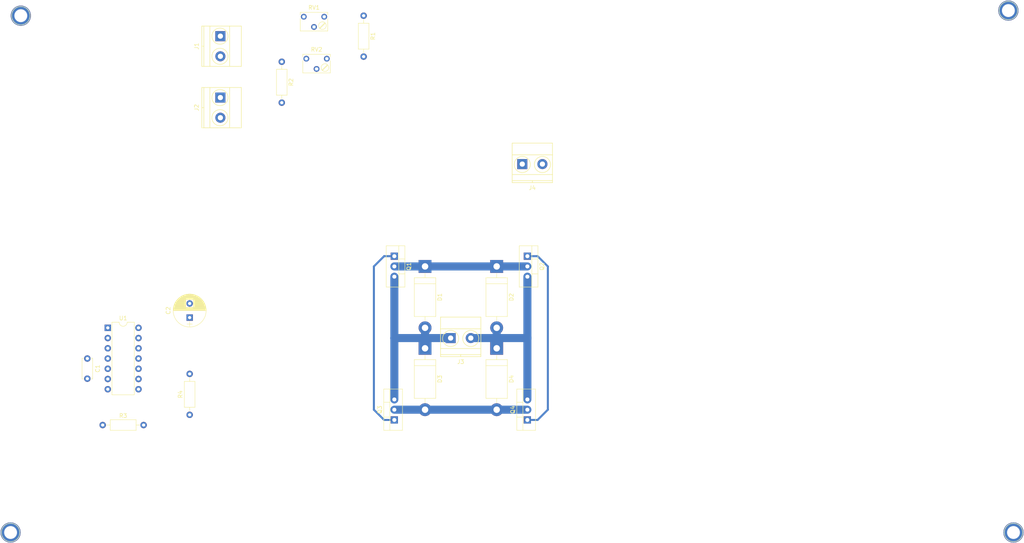
<source format=kicad_pcb>
(kicad_pcb (version 4) (host pcbnew 4.0.7+dfsg1-1)

  (general
    (links 47)
    (no_connects 35)
    (area 21.774999 19.307 277.945001 158.545)
    (thickness 1.6)
    (drawings 0)
    (tracks 24)
    (zones 0)
    (modules 25)
    (nets 14)
  )

  (page A4)
  (title_block
    (title "Solar tracker")
    (date 2017-11-25)
    (rev A)
    (company "Dark Engineering Initiative")
    (comment 1 "Author: Sam Protsenko <joe.skb7@gmail.com>")
  )

  (layers
    (0 F.Cu signal)
    (31 B.Cu signal)
    (33 F.Adhes user)
    (35 F.Paste user)
    (37 F.SilkS user)
    (39 F.Mask user)
    (40 Dwgs.User user)
    (41 Cmts.User user)
    (42 Eco1.User user)
    (43 Eco2.User user)
    (44 Edge.Cuts user)
    (45 Margin user)
    (47 F.CrtYd user)
    (49 F.Fab user)
  )

  (setup
    (last_trace_width 0.5)
    (user_trace_width 2)
    (trace_clearance 0.5)
    (zone_clearance 0.508)
    (zone_45_only no)
    (trace_min 0.2)
    (segment_width 0.2)
    (edge_width 0.1)
    (via_size 1.2)
    (via_drill 0.8)
    (via_min_size 0.4)
    (via_min_drill 0.3)
    (uvia_size 0.3)
    (uvia_drill 0.1)
    (uvias_allowed no)
    (uvia_min_size 0.2)
    (uvia_min_drill 0.1)
    (pcb_text_width 0.3)
    (pcb_text_size 1.5 1.5)
    (mod_edge_width 0.15)
    (mod_text_size 1 1)
    (mod_text_width 0.15)
    (pad_size 5 5)
    (pad_drill 3.2)
    (pad_to_mask_clearance 0)
    (aux_axis_origin 0 0)
    (visible_elements FFFFFF7F)
    (pcbplotparams
      (layerselection 0x00030_80000001)
      (usegerberextensions false)
      (excludeedgelayer true)
      (linewidth 0.100000)
      (plotframeref false)
      (viasonmask false)
      (mode 1)
      (useauxorigin false)
      (hpglpennumber 1)
      (hpglpenspeed 20)
      (hpglpendiameter 15)
      (hpglpenoverlay 2)
      (psnegative false)
      (psa4output false)
      (plotreference true)
      (plotvalue true)
      (plotinvisibletext false)
      (padsonsilk false)
      (subtractmaskfromsilk false)
      (outputformat 1)
      (mirror false)
      (drillshape 1)
      (scaleselection 1)
      (outputdirectory ""))
  )

  (net 0 "")
  (net 1 VCC)
  (net 2 GND)
  (net 3 "Net-(C2-Pad1)")
  (net 4 "Net-(D1-Pad2)")
  (net 5 "Net-(D2-Pad2)")
  (net 6 "Net-(J1-Pad2)")
  (net 7 "Net-(Q1-Pad1)")
  (net 8 "Net-(Q2-Pad1)")
  (net 9 "Net-(R1-Pad1)")
  (net 10 "Net-(R1-Pad2)")
  (net 11 "Net-(R2-Pad1)")
  (net 12 "Net-(U1-Pad8)")
  (net 13 "Net-(U1-Pad13)")

  (net_class Default "This is the default net class."
    (clearance 0.5)
    (trace_width 0.5)
    (via_dia 1.2)
    (via_drill 0.8)
    (uvia_dia 0.3)
    (uvia_drill 0.1)
    (add_net GND)
    (add_net "Net-(C2-Pad1)")
    (add_net "Net-(D1-Pad2)")
    (add_net "Net-(D2-Pad2)")
    (add_net "Net-(J1-Pad2)")
    (add_net "Net-(Q1-Pad1)")
    (add_net "Net-(Q2-Pad1)")
    (add_net "Net-(R1-Pad1)")
    (add_net "Net-(R1-Pad2)")
    (add_net "Net-(R2-Pad1)")
    (add_net "Net-(U1-Pad13)")
    (add_net "Net-(U1-Pad8)")
    (add_net VCC)
  )

  (net_class Power ""
    (clearance 1)
    (trace_width 2)
    (via_dia 1.5)
    (via_drill 1)
    (uvia_dia 0.3)
    (uvia_drill 0.1)
  )

  (module Diodes_THT:D_DO-201AD_P15.24mm_Horizontal (layer F.Cu) (tedit 5921392E) (tstamp 5A18F272)
    (at 128.27 107.95 270)
    (descr "D, DO-201AD series, Axial, Horizontal, pin pitch=15.24mm, , length*diameter=9.5*5.2mm^2, , http://www.diodes.com/_files/packages/DO-201AD.pdf")
    (tags "D DO-201AD series Axial Horizontal pin pitch 15.24mm  length 9.5mm diameter 5.2mm")
    (path /5A18BEE3)
    (fp_text reference D3 (at 7.62 -3.66 270) (layer F.SilkS)
      (effects (font (size 1 1) (thickness 0.15)))
    )
    (fp_text value 1N5402 (at 7.62 3.66 270) (layer F.Fab)
      (effects (font (size 1 1) (thickness 0.15)))
    )
    (fp_text user %R (at 7.62 0 270) (layer F.Fab)
      (effects (font (size 1 1) (thickness 0.15)))
    )
    (fp_line (start 2.87 -2.6) (end 2.87 2.6) (layer F.Fab) (width 0.1))
    (fp_line (start 2.87 2.6) (end 12.37 2.6) (layer F.Fab) (width 0.1))
    (fp_line (start 12.37 2.6) (end 12.37 -2.6) (layer F.Fab) (width 0.1))
    (fp_line (start 12.37 -2.6) (end 2.87 -2.6) (layer F.Fab) (width 0.1))
    (fp_line (start 0 0) (end 2.87 0) (layer F.Fab) (width 0.1))
    (fp_line (start 15.24 0) (end 12.37 0) (layer F.Fab) (width 0.1))
    (fp_line (start 4.295 -2.6) (end 4.295 2.6) (layer F.Fab) (width 0.1))
    (fp_line (start 2.81 -2.66) (end 2.81 2.66) (layer F.SilkS) (width 0.12))
    (fp_line (start 2.81 2.66) (end 12.43 2.66) (layer F.SilkS) (width 0.12))
    (fp_line (start 12.43 2.66) (end 12.43 -2.66) (layer F.SilkS) (width 0.12))
    (fp_line (start 12.43 -2.66) (end 2.81 -2.66) (layer F.SilkS) (width 0.12))
    (fp_line (start 1.78 0) (end 2.81 0) (layer F.SilkS) (width 0.12))
    (fp_line (start 13.46 0) (end 12.43 0) (layer F.SilkS) (width 0.12))
    (fp_line (start 4.295 -2.66) (end 4.295 2.66) (layer F.SilkS) (width 0.12))
    (fp_line (start -1.85 -2.95) (end -1.85 2.95) (layer F.CrtYd) (width 0.05))
    (fp_line (start -1.85 2.95) (end 17.1 2.95) (layer F.CrtYd) (width 0.05))
    (fp_line (start 17.1 2.95) (end 17.1 -2.95) (layer F.CrtYd) (width 0.05))
    (fp_line (start 17.1 -2.95) (end -1.85 -2.95) (layer F.CrtYd) (width 0.05))
    (pad 1 thru_hole rect (at 0 0 270) (size 3.2 3.2) (drill 1.6) (layers *.Cu *.Mask)
      (net 4 "Net-(D1-Pad2)"))
    (pad 2 thru_hole oval (at 15.24 0 270) (size 3.2 3.2) (drill 1.6) (layers *.Cu *.Mask)
      (net 2 GND))
    (model ${KISYS3DMOD}/Diodes_THT.3dshapes/D_DO-201AD_P15.24mm_Horizontal.wrl
      (at (xyz 0 0 0))
      (scale (xyz 0.393701 0.393701 0.393701))
      (rotate (xyz 0 0 0))
    )
  )

  (module Diodes_THT:D_DO-201AD_P15.24mm_Horizontal (layer F.Cu) (tedit 5921392E) (tstamp 5A18F240)
    (at 128.27 87.63 270)
    (descr "D, DO-201AD series, Axial, Horizontal, pin pitch=15.24mm, , length*diameter=9.5*5.2mm^2, , http://www.diodes.com/_files/packages/DO-201AD.pdf")
    (tags "D DO-201AD series Axial Horizontal pin pitch 15.24mm  length 9.5mm diameter 5.2mm")
    (path /5A18BDC2)
    (fp_text reference D1 (at 7.62 -3.66 270) (layer F.SilkS)
      (effects (font (size 1 1) (thickness 0.15)))
    )
    (fp_text value 1N5402 (at 7.62 3.66 270) (layer F.Fab)
      (effects (font (size 1 1) (thickness 0.15)))
    )
    (fp_text user %R (at 7.62 0 270) (layer F.Fab)
      (effects (font (size 1 1) (thickness 0.15)))
    )
    (fp_line (start 2.87 -2.6) (end 2.87 2.6) (layer F.Fab) (width 0.1))
    (fp_line (start 2.87 2.6) (end 12.37 2.6) (layer F.Fab) (width 0.1))
    (fp_line (start 12.37 2.6) (end 12.37 -2.6) (layer F.Fab) (width 0.1))
    (fp_line (start 12.37 -2.6) (end 2.87 -2.6) (layer F.Fab) (width 0.1))
    (fp_line (start 0 0) (end 2.87 0) (layer F.Fab) (width 0.1))
    (fp_line (start 15.24 0) (end 12.37 0) (layer F.Fab) (width 0.1))
    (fp_line (start 4.295 -2.6) (end 4.295 2.6) (layer F.Fab) (width 0.1))
    (fp_line (start 2.81 -2.66) (end 2.81 2.66) (layer F.SilkS) (width 0.12))
    (fp_line (start 2.81 2.66) (end 12.43 2.66) (layer F.SilkS) (width 0.12))
    (fp_line (start 12.43 2.66) (end 12.43 -2.66) (layer F.SilkS) (width 0.12))
    (fp_line (start 12.43 -2.66) (end 2.81 -2.66) (layer F.SilkS) (width 0.12))
    (fp_line (start 1.78 0) (end 2.81 0) (layer F.SilkS) (width 0.12))
    (fp_line (start 13.46 0) (end 12.43 0) (layer F.SilkS) (width 0.12))
    (fp_line (start 4.295 -2.66) (end 4.295 2.66) (layer F.SilkS) (width 0.12))
    (fp_line (start -1.85 -2.95) (end -1.85 2.95) (layer F.CrtYd) (width 0.05))
    (fp_line (start -1.85 2.95) (end 17.1 2.95) (layer F.CrtYd) (width 0.05))
    (fp_line (start 17.1 2.95) (end 17.1 -2.95) (layer F.CrtYd) (width 0.05))
    (fp_line (start 17.1 -2.95) (end -1.85 -2.95) (layer F.CrtYd) (width 0.05))
    (pad 1 thru_hole rect (at 0 0 270) (size 3.2 3.2) (drill 1.6) (layers *.Cu *.Mask)
      (net 1 VCC))
    (pad 2 thru_hole oval (at 15.24 0 270) (size 3.2 3.2) (drill 1.6) (layers *.Cu *.Mask)
      (net 4 "Net-(D1-Pad2)"))
    (model ${KISYS3DMOD}/Diodes_THT.3dshapes/D_DO-201AD_P15.24mm_Horizontal.wrl
      (at (xyz 0 0 0))
      (scale (xyz 0.393701 0.393701 0.393701))
      (rotate (xyz 0 0 0))
    )
  )

  (module Capacitors_THT:C_Disc_D5.0mm_W2.5mm_P5.00mm (layer F.Cu) (tedit 597BC7C2) (tstamp 5A18F17E)
    (at 44.45 110.49 270)
    (descr "C, Disc series, Radial, pin pitch=5.00mm, , diameter*width=5*2.5mm^2, Capacitor, http://cdn-reichelt.de/documents/datenblatt/B300/DS_KERKO_TC.pdf")
    (tags "C Disc series Radial pin pitch 5.00mm  diameter 5mm width 2.5mm Capacitor")
    (path /5A18C8D2)
    (fp_text reference C1 (at 2.5 -2.56 270) (layer F.SilkS)
      (effects (font (size 1 1) (thickness 0.15)))
    )
    (fp_text value 100n (at 2.5 2.56 270) (layer F.Fab)
      (effects (font (size 1 1) (thickness 0.15)))
    )
    (fp_line (start 0 -1.25) (end 0 1.25) (layer F.Fab) (width 0.1))
    (fp_line (start 0 1.25) (end 5 1.25) (layer F.Fab) (width 0.1))
    (fp_line (start 5 1.25) (end 5 -1.25) (layer F.Fab) (width 0.1))
    (fp_line (start 5 -1.25) (end 0 -1.25) (layer F.Fab) (width 0.1))
    (fp_line (start -0.06 -1.31) (end 5.06 -1.31) (layer F.SilkS) (width 0.12))
    (fp_line (start -0.06 1.31) (end 5.06 1.31) (layer F.SilkS) (width 0.12))
    (fp_line (start -0.06 -1.31) (end -0.06 -0.996) (layer F.SilkS) (width 0.12))
    (fp_line (start -0.06 0.996) (end -0.06 1.31) (layer F.SilkS) (width 0.12))
    (fp_line (start 5.06 -1.31) (end 5.06 -0.996) (layer F.SilkS) (width 0.12))
    (fp_line (start 5.06 0.996) (end 5.06 1.31) (layer F.SilkS) (width 0.12))
    (fp_line (start -1.05 -1.6) (end -1.05 1.6) (layer F.CrtYd) (width 0.05))
    (fp_line (start -1.05 1.6) (end 6.05 1.6) (layer F.CrtYd) (width 0.05))
    (fp_line (start 6.05 1.6) (end 6.05 -1.6) (layer F.CrtYd) (width 0.05))
    (fp_line (start 6.05 -1.6) (end -1.05 -1.6) (layer F.CrtYd) (width 0.05))
    (fp_text user %R (at 2.5 0 270) (layer F.Fab)
      (effects (font (size 1 1) (thickness 0.15)))
    )
    (pad 1 thru_hole circle (at 0 0 270) (size 1.6 1.6) (drill 0.8) (layers *.Cu *.Mask)
      (net 1 VCC))
    (pad 2 thru_hole circle (at 5 0 270) (size 1.6 1.6) (drill 0.8) (layers *.Cu *.Mask)
      (net 2 GND))
    (model ${KISYS3DMOD}/Capacitors_THT.3dshapes/C_Disc_D5.0mm_W2.5mm_P5.00mm.wrl
      (at (xyz 0 0 0))
      (scale (xyz 1 1 1))
      (rotate (xyz 0 0 0))
    )
  )

  (module Capacitors_THT:CP_Radial_D8.0mm_P3.50mm (layer F.Cu) (tedit 597BC7C2) (tstamp 5A18F227)
    (at 69.85 100.33 90)
    (descr "CP, Radial series, Radial, pin pitch=3.50mm, , diameter=8mm, Electrolytic Capacitor")
    (tags "CP Radial series Radial pin pitch 3.50mm  diameter 8mm Electrolytic Capacitor")
    (path /5A19AAD7)
    (fp_text reference C2 (at 1.75 -5.31 90) (layer F.SilkS)
      (effects (font (size 1 1) (thickness 0.15)))
    )
    (fp_text value 22uF (at 1.75 5.31 90) (layer F.Fab)
      (effects (font (size 1 1) (thickness 0.15)))
    )
    (fp_circle (center 1.75 0) (end 5.75 0) (layer F.Fab) (width 0.1))
    (fp_circle (center 1.75 0) (end 5.84 0) (layer F.SilkS) (width 0.12))
    (fp_line (start -2.2 0) (end -1 0) (layer F.Fab) (width 0.1))
    (fp_line (start -1.6 -0.65) (end -1.6 0.65) (layer F.Fab) (width 0.1))
    (fp_line (start 1.75 -4.05) (end 1.75 4.05) (layer F.SilkS) (width 0.12))
    (fp_line (start 1.79 -4.05) (end 1.79 4.05) (layer F.SilkS) (width 0.12))
    (fp_line (start 1.83 -4.05) (end 1.83 4.05) (layer F.SilkS) (width 0.12))
    (fp_line (start 1.87 -4.049) (end 1.87 4.049) (layer F.SilkS) (width 0.12))
    (fp_line (start 1.91 -4.047) (end 1.91 4.047) (layer F.SilkS) (width 0.12))
    (fp_line (start 1.95 -4.046) (end 1.95 4.046) (layer F.SilkS) (width 0.12))
    (fp_line (start 1.99 -4.043) (end 1.99 4.043) (layer F.SilkS) (width 0.12))
    (fp_line (start 2.03 -4.041) (end 2.03 4.041) (layer F.SilkS) (width 0.12))
    (fp_line (start 2.07 -4.038) (end 2.07 4.038) (layer F.SilkS) (width 0.12))
    (fp_line (start 2.11 -4.035) (end 2.11 4.035) (layer F.SilkS) (width 0.12))
    (fp_line (start 2.15 -4.031) (end 2.15 4.031) (layer F.SilkS) (width 0.12))
    (fp_line (start 2.19 -4.027) (end 2.19 4.027) (layer F.SilkS) (width 0.12))
    (fp_line (start 2.23 -4.022) (end 2.23 4.022) (layer F.SilkS) (width 0.12))
    (fp_line (start 2.27 -4.017) (end 2.27 4.017) (layer F.SilkS) (width 0.12))
    (fp_line (start 2.31 -4.012) (end 2.31 4.012) (layer F.SilkS) (width 0.12))
    (fp_line (start 2.35 -4.006) (end 2.35 4.006) (layer F.SilkS) (width 0.12))
    (fp_line (start 2.39 -4) (end 2.39 4) (layer F.SilkS) (width 0.12))
    (fp_line (start 2.43 -3.994) (end 2.43 3.994) (layer F.SilkS) (width 0.12))
    (fp_line (start 2.471 -3.987) (end 2.471 3.987) (layer F.SilkS) (width 0.12))
    (fp_line (start 2.511 -3.979) (end 2.511 3.979) (layer F.SilkS) (width 0.12))
    (fp_line (start 2.551 -3.971) (end 2.551 -0.98) (layer F.SilkS) (width 0.12))
    (fp_line (start 2.551 0.98) (end 2.551 3.971) (layer F.SilkS) (width 0.12))
    (fp_line (start 2.591 -3.963) (end 2.591 -0.98) (layer F.SilkS) (width 0.12))
    (fp_line (start 2.591 0.98) (end 2.591 3.963) (layer F.SilkS) (width 0.12))
    (fp_line (start 2.631 -3.955) (end 2.631 -0.98) (layer F.SilkS) (width 0.12))
    (fp_line (start 2.631 0.98) (end 2.631 3.955) (layer F.SilkS) (width 0.12))
    (fp_line (start 2.671 -3.946) (end 2.671 -0.98) (layer F.SilkS) (width 0.12))
    (fp_line (start 2.671 0.98) (end 2.671 3.946) (layer F.SilkS) (width 0.12))
    (fp_line (start 2.711 -3.936) (end 2.711 -0.98) (layer F.SilkS) (width 0.12))
    (fp_line (start 2.711 0.98) (end 2.711 3.936) (layer F.SilkS) (width 0.12))
    (fp_line (start 2.751 -3.926) (end 2.751 -0.98) (layer F.SilkS) (width 0.12))
    (fp_line (start 2.751 0.98) (end 2.751 3.926) (layer F.SilkS) (width 0.12))
    (fp_line (start 2.791 -3.916) (end 2.791 -0.98) (layer F.SilkS) (width 0.12))
    (fp_line (start 2.791 0.98) (end 2.791 3.916) (layer F.SilkS) (width 0.12))
    (fp_line (start 2.831 -3.905) (end 2.831 -0.98) (layer F.SilkS) (width 0.12))
    (fp_line (start 2.831 0.98) (end 2.831 3.905) (layer F.SilkS) (width 0.12))
    (fp_line (start 2.871 -3.894) (end 2.871 -0.98) (layer F.SilkS) (width 0.12))
    (fp_line (start 2.871 0.98) (end 2.871 3.894) (layer F.SilkS) (width 0.12))
    (fp_line (start 2.911 -3.883) (end 2.911 -0.98) (layer F.SilkS) (width 0.12))
    (fp_line (start 2.911 0.98) (end 2.911 3.883) (layer F.SilkS) (width 0.12))
    (fp_line (start 2.951 -3.87) (end 2.951 -0.98) (layer F.SilkS) (width 0.12))
    (fp_line (start 2.951 0.98) (end 2.951 3.87) (layer F.SilkS) (width 0.12))
    (fp_line (start 2.991 -3.858) (end 2.991 -0.98) (layer F.SilkS) (width 0.12))
    (fp_line (start 2.991 0.98) (end 2.991 3.858) (layer F.SilkS) (width 0.12))
    (fp_line (start 3.031 -3.845) (end 3.031 -0.98) (layer F.SilkS) (width 0.12))
    (fp_line (start 3.031 0.98) (end 3.031 3.845) (layer F.SilkS) (width 0.12))
    (fp_line (start 3.071 -3.832) (end 3.071 -0.98) (layer F.SilkS) (width 0.12))
    (fp_line (start 3.071 0.98) (end 3.071 3.832) (layer F.SilkS) (width 0.12))
    (fp_line (start 3.111 -3.818) (end 3.111 -0.98) (layer F.SilkS) (width 0.12))
    (fp_line (start 3.111 0.98) (end 3.111 3.818) (layer F.SilkS) (width 0.12))
    (fp_line (start 3.151 -3.803) (end 3.151 -0.98) (layer F.SilkS) (width 0.12))
    (fp_line (start 3.151 0.98) (end 3.151 3.803) (layer F.SilkS) (width 0.12))
    (fp_line (start 3.191 -3.789) (end 3.191 -0.98) (layer F.SilkS) (width 0.12))
    (fp_line (start 3.191 0.98) (end 3.191 3.789) (layer F.SilkS) (width 0.12))
    (fp_line (start 3.231 -3.773) (end 3.231 -0.98) (layer F.SilkS) (width 0.12))
    (fp_line (start 3.231 0.98) (end 3.231 3.773) (layer F.SilkS) (width 0.12))
    (fp_line (start 3.271 -3.758) (end 3.271 -0.98) (layer F.SilkS) (width 0.12))
    (fp_line (start 3.271 0.98) (end 3.271 3.758) (layer F.SilkS) (width 0.12))
    (fp_line (start 3.311 -3.741) (end 3.311 -0.98) (layer F.SilkS) (width 0.12))
    (fp_line (start 3.311 0.98) (end 3.311 3.741) (layer F.SilkS) (width 0.12))
    (fp_line (start 3.351 -3.725) (end 3.351 -0.98) (layer F.SilkS) (width 0.12))
    (fp_line (start 3.351 0.98) (end 3.351 3.725) (layer F.SilkS) (width 0.12))
    (fp_line (start 3.391 -3.707) (end 3.391 -0.98) (layer F.SilkS) (width 0.12))
    (fp_line (start 3.391 0.98) (end 3.391 3.707) (layer F.SilkS) (width 0.12))
    (fp_line (start 3.431 -3.69) (end 3.431 -0.98) (layer F.SilkS) (width 0.12))
    (fp_line (start 3.431 0.98) (end 3.431 3.69) (layer F.SilkS) (width 0.12))
    (fp_line (start 3.471 -3.671) (end 3.471 -0.98) (layer F.SilkS) (width 0.12))
    (fp_line (start 3.471 0.98) (end 3.471 3.671) (layer F.SilkS) (width 0.12))
    (fp_line (start 3.511 -3.652) (end 3.511 -0.98) (layer F.SilkS) (width 0.12))
    (fp_line (start 3.511 0.98) (end 3.511 3.652) (layer F.SilkS) (width 0.12))
    (fp_line (start 3.551 -3.633) (end 3.551 -0.98) (layer F.SilkS) (width 0.12))
    (fp_line (start 3.551 0.98) (end 3.551 3.633) (layer F.SilkS) (width 0.12))
    (fp_line (start 3.591 -3.613) (end 3.591 -0.98) (layer F.SilkS) (width 0.12))
    (fp_line (start 3.591 0.98) (end 3.591 3.613) (layer F.SilkS) (width 0.12))
    (fp_line (start 3.631 -3.593) (end 3.631 -0.98) (layer F.SilkS) (width 0.12))
    (fp_line (start 3.631 0.98) (end 3.631 3.593) (layer F.SilkS) (width 0.12))
    (fp_line (start 3.671 -3.572) (end 3.671 -0.98) (layer F.SilkS) (width 0.12))
    (fp_line (start 3.671 0.98) (end 3.671 3.572) (layer F.SilkS) (width 0.12))
    (fp_line (start 3.711 -3.55) (end 3.711 -0.98) (layer F.SilkS) (width 0.12))
    (fp_line (start 3.711 0.98) (end 3.711 3.55) (layer F.SilkS) (width 0.12))
    (fp_line (start 3.751 -3.528) (end 3.751 -0.98) (layer F.SilkS) (width 0.12))
    (fp_line (start 3.751 0.98) (end 3.751 3.528) (layer F.SilkS) (width 0.12))
    (fp_line (start 3.791 -3.505) (end 3.791 -0.98) (layer F.SilkS) (width 0.12))
    (fp_line (start 3.791 0.98) (end 3.791 3.505) (layer F.SilkS) (width 0.12))
    (fp_line (start 3.831 -3.482) (end 3.831 -0.98) (layer F.SilkS) (width 0.12))
    (fp_line (start 3.831 0.98) (end 3.831 3.482) (layer F.SilkS) (width 0.12))
    (fp_line (start 3.871 -3.458) (end 3.871 -0.98) (layer F.SilkS) (width 0.12))
    (fp_line (start 3.871 0.98) (end 3.871 3.458) (layer F.SilkS) (width 0.12))
    (fp_line (start 3.911 -3.434) (end 3.911 -0.98) (layer F.SilkS) (width 0.12))
    (fp_line (start 3.911 0.98) (end 3.911 3.434) (layer F.SilkS) (width 0.12))
    (fp_line (start 3.951 -3.408) (end 3.951 -0.98) (layer F.SilkS) (width 0.12))
    (fp_line (start 3.951 0.98) (end 3.951 3.408) (layer F.SilkS) (width 0.12))
    (fp_line (start 3.991 -3.383) (end 3.991 -0.98) (layer F.SilkS) (width 0.12))
    (fp_line (start 3.991 0.98) (end 3.991 3.383) (layer F.SilkS) (width 0.12))
    (fp_line (start 4.031 -3.356) (end 4.031 -0.98) (layer F.SilkS) (width 0.12))
    (fp_line (start 4.031 0.98) (end 4.031 3.356) (layer F.SilkS) (width 0.12))
    (fp_line (start 4.071 -3.329) (end 4.071 -0.98) (layer F.SilkS) (width 0.12))
    (fp_line (start 4.071 0.98) (end 4.071 3.329) (layer F.SilkS) (width 0.12))
    (fp_line (start 4.111 -3.301) (end 4.111 -0.98) (layer F.SilkS) (width 0.12))
    (fp_line (start 4.111 0.98) (end 4.111 3.301) (layer F.SilkS) (width 0.12))
    (fp_line (start 4.151 -3.272) (end 4.151 -0.98) (layer F.SilkS) (width 0.12))
    (fp_line (start 4.151 0.98) (end 4.151 3.272) (layer F.SilkS) (width 0.12))
    (fp_line (start 4.191 -3.243) (end 4.191 -0.98) (layer F.SilkS) (width 0.12))
    (fp_line (start 4.191 0.98) (end 4.191 3.243) (layer F.SilkS) (width 0.12))
    (fp_line (start 4.231 -3.213) (end 4.231 -0.98) (layer F.SilkS) (width 0.12))
    (fp_line (start 4.231 0.98) (end 4.231 3.213) (layer F.SilkS) (width 0.12))
    (fp_line (start 4.271 -3.182) (end 4.271 -0.98) (layer F.SilkS) (width 0.12))
    (fp_line (start 4.271 0.98) (end 4.271 3.182) (layer F.SilkS) (width 0.12))
    (fp_line (start 4.311 -3.15) (end 4.311 -0.98) (layer F.SilkS) (width 0.12))
    (fp_line (start 4.311 0.98) (end 4.311 3.15) (layer F.SilkS) (width 0.12))
    (fp_line (start 4.351 -3.118) (end 4.351 -0.98) (layer F.SilkS) (width 0.12))
    (fp_line (start 4.351 0.98) (end 4.351 3.118) (layer F.SilkS) (width 0.12))
    (fp_line (start 4.391 -3.084) (end 4.391 -0.98) (layer F.SilkS) (width 0.12))
    (fp_line (start 4.391 0.98) (end 4.391 3.084) (layer F.SilkS) (width 0.12))
    (fp_line (start 4.431 -3.05) (end 4.431 -0.98) (layer F.SilkS) (width 0.12))
    (fp_line (start 4.431 0.98) (end 4.431 3.05) (layer F.SilkS) (width 0.12))
    (fp_line (start 4.471 -3.015) (end 4.471 -0.98) (layer F.SilkS) (width 0.12))
    (fp_line (start 4.471 0.98) (end 4.471 3.015) (layer F.SilkS) (width 0.12))
    (fp_line (start 4.511 -2.979) (end 4.511 2.979) (layer F.SilkS) (width 0.12))
    (fp_line (start 4.551 -2.942) (end 4.551 2.942) (layer F.SilkS) (width 0.12))
    (fp_line (start 4.591 -2.904) (end 4.591 2.904) (layer F.SilkS) (width 0.12))
    (fp_line (start 4.631 -2.865) (end 4.631 2.865) (layer F.SilkS) (width 0.12))
    (fp_line (start 4.671 -2.824) (end 4.671 2.824) (layer F.SilkS) (width 0.12))
    (fp_line (start 4.711 -2.783) (end 4.711 2.783) (layer F.SilkS) (width 0.12))
    (fp_line (start 4.751 -2.74) (end 4.751 2.74) (layer F.SilkS) (width 0.12))
    (fp_line (start 4.791 -2.697) (end 4.791 2.697) (layer F.SilkS) (width 0.12))
    (fp_line (start 4.831 -2.652) (end 4.831 2.652) (layer F.SilkS) (width 0.12))
    (fp_line (start 4.871 -2.605) (end 4.871 2.605) (layer F.SilkS) (width 0.12))
    (fp_line (start 4.911 -2.557) (end 4.911 2.557) (layer F.SilkS) (width 0.12))
    (fp_line (start 4.951 -2.508) (end 4.951 2.508) (layer F.SilkS) (width 0.12))
    (fp_line (start 4.991 -2.457) (end 4.991 2.457) (layer F.SilkS) (width 0.12))
    (fp_line (start 5.031 -2.404) (end 5.031 2.404) (layer F.SilkS) (width 0.12))
    (fp_line (start 5.071 -2.349) (end 5.071 2.349) (layer F.SilkS) (width 0.12))
    (fp_line (start 5.111 -2.293) (end 5.111 2.293) (layer F.SilkS) (width 0.12))
    (fp_line (start 5.151 -2.234) (end 5.151 2.234) (layer F.SilkS) (width 0.12))
    (fp_line (start 5.191 -2.173) (end 5.191 2.173) (layer F.SilkS) (width 0.12))
    (fp_line (start 5.231 -2.109) (end 5.231 2.109) (layer F.SilkS) (width 0.12))
    (fp_line (start 5.271 -2.043) (end 5.271 2.043) (layer F.SilkS) (width 0.12))
    (fp_line (start 5.311 -1.974) (end 5.311 1.974) (layer F.SilkS) (width 0.12))
    (fp_line (start 5.351 -1.902) (end 5.351 1.902) (layer F.SilkS) (width 0.12))
    (fp_line (start 5.391 -1.826) (end 5.391 1.826) (layer F.SilkS) (width 0.12))
    (fp_line (start 5.431 -1.745) (end 5.431 1.745) (layer F.SilkS) (width 0.12))
    (fp_line (start 5.471 -1.66) (end 5.471 1.66) (layer F.SilkS) (width 0.12))
    (fp_line (start 5.511 -1.57) (end 5.511 1.57) (layer F.SilkS) (width 0.12))
    (fp_line (start 5.551 -1.473) (end 5.551 1.473) (layer F.SilkS) (width 0.12))
    (fp_line (start 5.591 -1.369) (end 5.591 1.369) (layer F.SilkS) (width 0.12))
    (fp_line (start 5.631 -1.254) (end 5.631 1.254) (layer F.SilkS) (width 0.12))
    (fp_line (start 5.671 -1.127) (end 5.671 1.127) (layer F.SilkS) (width 0.12))
    (fp_line (start 5.711 -0.983) (end 5.711 0.983) (layer F.SilkS) (width 0.12))
    (fp_line (start 5.751 -0.814) (end 5.751 0.814) (layer F.SilkS) (width 0.12))
    (fp_line (start 5.791 -0.598) (end 5.791 0.598) (layer F.SilkS) (width 0.12))
    (fp_line (start 5.831 -0.246) (end 5.831 0.246) (layer F.SilkS) (width 0.12))
    (fp_line (start -2.2 0) (end -1 0) (layer F.SilkS) (width 0.12))
    (fp_line (start -1.6 -0.65) (end -1.6 0.65) (layer F.SilkS) (width 0.12))
    (fp_line (start -2.6 -4.35) (end -2.6 4.35) (layer F.CrtYd) (width 0.05))
    (fp_line (start -2.6 4.35) (end 6.1 4.35) (layer F.CrtYd) (width 0.05))
    (fp_line (start 6.1 4.35) (end 6.1 -4.35) (layer F.CrtYd) (width 0.05))
    (fp_line (start 6.1 -4.35) (end -2.6 -4.35) (layer F.CrtYd) (width 0.05))
    (fp_text user %R (at 1.75 0 90) (layer F.Fab)
      (effects (font (size 1 1) (thickness 0.15)))
    )
    (pad 1 thru_hole rect (at 0 0 90) (size 1.6 1.6) (drill 0.8) (layers *.Cu *.Mask)
      (net 3 "Net-(C2-Pad1)"))
    (pad 2 thru_hole circle (at 3.5 0 90) (size 1.6 1.6) (drill 0.8) (layers *.Cu *.Mask)
      (net 2 GND))
    (model ${KISYS3DMOD}/Capacitors_THT.3dshapes/CP_Radial_D8.0mm_P3.50mm.wrl
      (at (xyz 0 0 0))
      (scale (xyz 1 1 1))
      (rotate (xyz 0 0 0))
    )
  )

  (module Diodes_THT:D_DO-201AD_P15.24mm_Horizontal (layer F.Cu) (tedit 5921392E) (tstamp 5A18F259)
    (at 146.05 87.63 270)
    (descr "D, DO-201AD series, Axial, Horizontal, pin pitch=15.24mm, , length*diameter=9.5*5.2mm^2, , http://www.diodes.com/_files/packages/DO-201AD.pdf")
    (tags "D DO-201AD series Axial Horizontal pin pitch 15.24mm  length 9.5mm diameter 5.2mm")
    (path /5A18BE78)
    (fp_text reference D2 (at 7.62 -3.66 270) (layer F.SilkS)
      (effects (font (size 1 1) (thickness 0.15)))
    )
    (fp_text value 1N5402 (at 7.62 3.66 270) (layer F.Fab)
      (effects (font (size 1 1) (thickness 0.15)))
    )
    (fp_text user %R (at 7.62 0 270) (layer F.Fab)
      (effects (font (size 1 1) (thickness 0.15)))
    )
    (fp_line (start 2.87 -2.6) (end 2.87 2.6) (layer F.Fab) (width 0.1))
    (fp_line (start 2.87 2.6) (end 12.37 2.6) (layer F.Fab) (width 0.1))
    (fp_line (start 12.37 2.6) (end 12.37 -2.6) (layer F.Fab) (width 0.1))
    (fp_line (start 12.37 -2.6) (end 2.87 -2.6) (layer F.Fab) (width 0.1))
    (fp_line (start 0 0) (end 2.87 0) (layer F.Fab) (width 0.1))
    (fp_line (start 15.24 0) (end 12.37 0) (layer F.Fab) (width 0.1))
    (fp_line (start 4.295 -2.6) (end 4.295 2.6) (layer F.Fab) (width 0.1))
    (fp_line (start 2.81 -2.66) (end 2.81 2.66) (layer F.SilkS) (width 0.12))
    (fp_line (start 2.81 2.66) (end 12.43 2.66) (layer F.SilkS) (width 0.12))
    (fp_line (start 12.43 2.66) (end 12.43 -2.66) (layer F.SilkS) (width 0.12))
    (fp_line (start 12.43 -2.66) (end 2.81 -2.66) (layer F.SilkS) (width 0.12))
    (fp_line (start 1.78 0) (end 2.81 0) (layer F.SilkS) (width 0.12))
    (fp_line (start 13.46 0) (end 12.43 0) (layer F.SilkS) (width 0.12))
    (fp_line (start 4.295 -2.66) (end 4.295 2.66) (layer F.SilkS) (width 0.12))
    (fp_line (start -1.85 -2.95) (end -1.85 2.95) (layer F.CrtYd) (width 0.05))
    (fp_line (start -1.85 2.95) (end 17.1 2.95) (layer F.CrtYd) (width 0.05))
    (fp_line (start 17.1 2.95) (end 17.1 -2.95) (layer F.CrtYd) (width 0.05))
    (fp_line (start 17.1 -2.95) (end -1.85 -2.95) (layer F.CrtYd) (width 0.05))
    (pad 1 thru_hole rect (at 0 0 270) (size 3.2 3.2) (drill 1.6) (layers *.Cu *.Mask)
      (net 1 VCC))
    (pad 2 thru_hole oval (at 15.24 0 270) (size 3.2 3.2) (drill 1.6) (layers *.Cu *.Mask)
      (net 5 "Net-(D2-Pad2)"))
    (model ${KISYS3DMOD}/Diodes_THT.3dshapes/D_DO-201AD_P15.24mm_Horizontal.wrl
      (at (xyz 0 0 0))
      (scale (xyz 0.393701 0.393701 0.393701))
      (rotate (xyz 0 0 0))
    )
  )

  (module Diodes_THT:D_DO-201AD_P15.24mm_Horizontal (layer F.Cu) (tedit 5921392E) (tstamp 5A18F28B)
    (at 146.05 107.95 270)
    (descr "D, DO-201AD series, Axial, Horizontal, pin pitch=15.24mm, , length*diameter=9.5*5.2mm^2, , http://www.diodes.com/_files/packages/DO-201AD.pdf")
    (tags "D DO-201AD series Axial Horizontal pin pitch 15.24mm  length 9.5mm diameter 5.2mm")
    (path /5A18BF7F)
    (fp_text reference D4 (at 7.62 -3.66 270) (layer F.SilkS)
      (effects (font (size 1 1) (thickness 0.15)))
    )
    (fp_text value 1N5402 (at 7.62 3.66 270) (layer F.Fab)
      (effects (font (size 1 1) (thickness 0.15)))
    )
    (fp_text user %R (at 7.62 0 270) (layer F.Fab)
      (effects (font (size 1 1) (thickness 0.15)))
    )
    (fp_line (start 2.87 -2.6) (end 2.87 2.6) (layer F.Fab) (width 0.1))
    (fp_line (start 2.87 2.6) (end 12.37 2.6) (layer F.Fab) (width 0.1))
    (fp_line (start 12.37 2.6) (end 12.37 -2.6) (layer F.Fab) (width 0.1))
    (fp_line (start 12.37 -2.6) (end 2.87 -2.6) (layer F.Fab) (width 0.1))
    (fp_line (start 0 0) (end 2.87 0) (layer F.Fab) (width 0.1))
    (fp_line (start 15.24 0) (end 12.37 0) (layer F.Fab) (width 0.1))
    (fp_line (start 4.295 -2.6) (end 4.295 2.6) (layer F.Fab) (width 0.1))
    (fp_line (start 2.81 -2.66) (end 2.81 2.66) (layer F.SilkS) (width 0.12))
    (fp_line (start 2.81 2.66) (end 12.43 2.66) (layer F.SilkS) (width 0.12))
    (fp_line (start 12.43 2.66) (end 12.43 -2.66) (layer F.SilkS) (width 0.12))
    (fp_line (start 12.43 -2.66) (end 2.81 -2.66) (layer F.SilkS) (width 0.12))
    (fp_line (start 1.78 0) (end 2.81 0) (layer F.SilkS) (width 0.12))
    (fp_line (start 13.46 0) (end 12.43 0) (layer F.SilkS) (width 0.12))
    (fp_line (start 4.295 -2.66) (end 4.295 2.66) (layer F.SilkS) (width 0.12))
    (fp_line (start -1.85 -2.95) (end -1.85 2.95) (layer F.CrtYd) (width 0.05))
    (fp_line (start -1.85 2.95) (end 17.1 2.95) (layer F.CrtYd) (width 0.05))
    (fp_line (start 17.1 2.95) (end 17.1 -2.95) (layer F.CrtYd) (width 0.05))
    (fp_line (start 17.1 -2.95) (end -1.85 -2.95) (layer F.CrtYd) (width 0.05))
    (pad 1 thru_hole rect (at 0 0 270) (size 3.2 3.2) (drill 1.6) (layers *.Cu *.Mask)
      (net 5 "Net-(D2-Pad2)"))
    (pad 2 thru_hole oval (at 15.24 0 270) (size 3.2 3.2) (drill 1.6) (layers *.Cu *.Mask)
      (net 2 GND))
    (model ${KISYS3DMOD}/Diodes_THT.3dshapes/D_DO-201AD_P15.24mm_Horizontal.wrl
      (at (xyz 0 0 0))
      (scale (xyz 0.393701 0.393701 0.393701))
      (rotate (xyz 0 0 0))
    )
  )

  (module Connectors_Terminal_Blocks:TerminalBlock_Pheonix_MKDS1.5-2pol (layer F.Cu) (tedit 563007E4) (tstamp 5A18F29F)
    (at 77.47 30.48 270)
    (descr "2-way 5mm pitch terminal block, Phoenix MKDS series")
    (path /5A18C750)
    (fp_text reference J1 (at 2.5 5.9 270) (layer F.SilkS)
      (effects (font (size 1 1) (thickness 0.15)))
    )
    (fp_text value LDR1 (at 2.5 -6.6 270) (layer F.Fab)
      (effects (font (size 1 1) (thickness 0.15)))
    )
    (fp_line (start -2.7 -5.4) (end 7.7 -5.4) (layer F.CrtYd) (width 0.05))
    (fp_line (start -2.7 4.8) (end -2.7 -5.4) (layer F.CrtYd) (width 0.05))
    (fp_line (start 7.7 4.8) (end -2.7 4.8) (layer F.CrtYd) (width 0.05))
    (fp_line (start 7.7 -5.4) (end 7.7 4.8) (layer F.CrtYd) (width 0.05))
    (fp_line (start 2.5 4.1) (end 2.5 4.6) (layer F.SilkS) (width 0.15))
    (fp_circle (center 5 0.1) (end 3 0.1) (layer F.SilkS) (width 0.15))
    (fp_circle (center 0 0.1) (end 2 0.1) (layer F.SilkS) (width 0.15))
    (fp_line (start -2.5 2.6) (end 7.5 2.6) (layer F.SilkS) (width 0.15))
    (fp_line (start -2.5 -2.3) (end 7.5 -2.3) (layer F.SilkS) (width 0.15))
    (fp_line (start -2.5 4.1) (end 7.5 4.1) (layer F.SilkS) (width 0.15))
    (fp_line (start -2.5 4.6) (end 7.5 4.6) (layer F.SilkS) (width 0.15))
    (fp_line (start 7.5 4.6) (end 7.5 -5.2) (layer F.SilkS) (width 0.15))
    (fp_line (start 7.5 -5.2) (end -2.5 -5.2) (layer F.SilkS) (width 0.15))
    (fp_line (start -2.5 -5.2) (end -2.5 4.6) (layer F.SilkS) (width 0.15))
    (pad 1 thru_hole rect (at 0 0 270) (size 2.5 2.5) (drill 1.3) (layers *.Cu *.Mask)
      (net 1 VCC))
    (pad 2 thru_hole circle (at 5 0 270) (size 2.5 2.5) (drill 1.3) (layers *.Cu *.Mask)
      (net 6 "Net-(J1-Pad2)"))
    (model Terminal_Blocks.3dshapes/TerminalBlock_Pheonix_MKDS1.5-2pol.wrl
      (at (xyz 0.0984 0 0))
      (scale (xyz 1 1 1))
      (rotate (xyz 0 0 0))
    )
  )

  (module Connectors_Terminal_Blocks:TerminalBlock_Pheonix_MKDS1.5-2pol (layer F.Cu) (tedit 563007E4) (tstamp 5A18F2B3)
    (at 77.47 45.72 270)
    (descr "2-way 5mm pitch terminal block, Phoenix MKDS series")
    (path /5A18E40D)
    (fp_text reference J2 (at 2.5 5.9 270) (layer F.SilkS)
      (effects (font (size 1 1) (thickness 0.15)))
    )
    (fp_text value LDR2 (at 2.5 -6.6 270) (layer F.Fab)
      (effects (font (size 1 1) (thickness 0.15)))
    )
    (fp_line (start -2.7 -5.4) (end 7.7 -5.4) (layer F.CrtYd) (width 0.05))
    (fp_line (start -2.7 4.8) (end -2.7 -5.4) (layer F.CrtYd) (width 0.05))
    (fp_line (start 7.7 4.8) (end -2.7 4.8) (layer F.CrtYd) (width 0.05))
    (fp_line (start 7.7 -5.4) (end 7.7 4.8) (layer F.CrtYd) (width 0.05))
    (fp_line (start 2.5 4.1) (end 2.5 4.6) (layer F.SilkS) (width 0.15))
    (fp_circle (center 5 0.1) (end 3 0.1) (layer F.SilkS) (width 0.15))
    (fp_circle (center 0 0.1) (end 2 0.1) (layer F.SilkS) (width 0.15))
    (fp_line (start -2.5 2.6) (end 7.5 2.6) (layer F.SilkS) (width 0.15))
    (fp_line (start -2.5 -2.3) (end 7.5 -2.3) (layer F.SilkS) (width 0.15))
    (fp_line (start -2.5 4.1) (end 7.5 4.1) (layer F.SilkS) (width 0.15))
    (fp_line (start -2.5 4.6) (end 7.5 4.6) (layer F.SilkS) (width 0.15))
    (fp_line (start 7.5 4.6) (end 7.5 -5.2) (layer F.SilkS) (width 0.15))
    (fp_line (start 7.5 -5.2) (end -2.5 -5.2) (layer F.SilkS) (width 0.15))
    (fp_line (start -2.5 -5.2) (end -2.5 4.6) (layer F.SilkS) (width 0.15))
    (pad 1 thru_hole rect (at 0 0 270) (size 2.5 2.5) (drill 1.3) (layers *.Cu *.Mask)
      (net 6 "Net-(J1-Pad2)"))
    (pad 2 thru_hole circle (at 5 0 270) (size 2.5 2.5) (drill 1.3) (layers *.Cu *.Mask)
      (net 2 GND))
    (model Terminal_Blocks.3dshapes/TerminalBlock_Pheonix_MKDS1.5-2pol.wrl
      (at (xyz 0.0984 0 0))
      (scale (xyz 1 1 1))
      (rotate (xyz 0 0 0))
    )
  )

  (module Connectors_Terminal_Blocks:TerminalBlock_Pheonix_MKDS1.5-2pol (layer F.Cu) (tedit 563007E4) (tstamp 5A18F2C7)
    (at 134.62 105.41)
    (descr "2-way 5mm pitch terminal block, Phoenix MKDS series")
    (path /5A194565)
    (fp_text reference J3 (at 2.5 5.9) (layer F.SilkS)
      (effects (font (size 1 1) (thickness 0.15)))
    )
    (fp_text value Motor (at 2.5 -6.6) (layer F.Fab)
      (effects (font (size 1 1) (thickness 0.15)))
    )
    (fp_line (start -2.7 -5.4) (end 7.7 -5.4) (layer F.CrtYd) (width 0.05))
    (fp_line (start -2.7 4.8) (end -2.7 -5.4) (layer F.CrtYd) (width 0.05))
    (fp_line (start 7.7 4.8) (end -2.7 4.8) (layer F.CrtYd) (width 0.05))
    (fp_line (start 7.7 -5.4) (end 7.7 4.8) (layer F.CrtYd) (width 0.05))
    (fp_line (start 2.5 4.1) (end 2.5 4.6) (layer F.SilkS) (width 0.15))
    (fp_circle (center 5 0.1) (end 3 0.1) (layer F.SilkS) (width 0.15))
    (fp_circle (center 0 0.1) (end 2 0.1) (layer F.SilkS) (width 0.15))
    (fp_line (start -2.5 2.6) (end 7.5 2.6) (layer F.SilkS) (width 0.15))
    (fp_line (start -2.5 -2.3) (end 7.5 -2.3) (layer F.SilkS) (width 0.15))
    (fp_line (start -2.5 4.1) (end 7.5 4.1) (layer F.SilkS) (width 0.15))
    (fp_line (start -2.5 4.6) (end 7.5 4.6) (layer F.SilkS) (width 0.15))
    (fp_line (start 7.5 4.6) (end 7.5 -5.2) (layer F.SilkS) (width 0.15))
    (fp_line (start 7.5 -5.2) (end -2.5 -5.2) (layer F.SilkS) (width 0.15))
    (fp_line (start -2.5 -5.2) (end -2.5 4.6) (layer F.SilkS) (width 0.15))
    (pad 1 thru_hole rect (at 0 0) (size 2.5 2.5) (drill 1.3) (layers *.Cu *.Mask)
      (net 4 "Net-(D1-Pad2)"))
    (pad 2 thru_hole circle (at 5 0) (size 2.5 2.5) (drill 1.3) (layers *.Cu *.Mask)
      (net 5 "Net-(D2-Pad2)"))
    (model Terminal_Blocks.3dshapes/TerminalBlock_Pheonix_MKDS1.5-2pol.wrl
      (at (xyz 0.0984 0 0))
      (scale (xyz 1 1 1))
      (rotate (xyz 0 0 0))
    )
  )

  (module Connectors_Terminal_Blocks:TerminalBlock_Pheonix_MKDS1.5-2pol (layer F.Cu) (tedit 563007E4) (tstamp 5A18F2DB)
    (at 152.4 62.23)
    (descr "2-way 5mm pitch terminal block, Phoenix MKDS series")
    (path /5A19A8DB)
    (fp_text reference J4 (at 2.5 5.9) (layer F.SilkS)
      (effects (font (size 1 1) (thickness 0.15)))
    )
    (fp_text value Power (at 2.5 -6.6) (layer F.Fab)
      (effects (font (size 1 1) (thickness 0.15)))
    )
    (fp_line (start -2.7 -5.4) (end 7.7 -5.4) (layer F.CrtYd) (width 0.05))
    (fp_line (start -2.7 4.8) (end -2.7 -5.4) (layer F.CrtYd) (width 0.05))
    (fp_line (start 7.7 4.8) (end -2.7 4.8) (layer F.CrtYd) (width 0.05))
    (fp_line (start 7.7 -5.4) (end 7.7 4.8) (layer F.CrtYd) (width 0.05))
    (fp_line (start 2.5 4.1) (end 2.5 4.6) (layer F.SilkS) (width 0.15))
    (fp_circle (center 5 0.1) (end 3 0.1) (layer F.SilkS) (width 0.15))
    (fp_circle (center 0 0.1) (end 2 0.1) (layer F.SilkS) (width 0.15))
    (fp_line (start -2.5 2.6) (end 7.5 2.6) (layer F.SilkS) (width 0.15))
    (fp_line (start -2.5 -2.3) (end 7.5 -2.3) (layer F.SilkS) (width 0.15))
    (fp_line (start -2.5 4.1) (end 7.5 4.1) (layer F.SilkS) (width 0.15))
    (fp_line (start -2.5 4.6) (end 7.5 4.6) (layer F.SilkS) (width 0.15))
    (fp_line (start 7.5 4.6) (end 7.5 -5.2) (layer F.SilkS) (width 0.15))
    (fp_line (start 7.5 -5.2) (end -2.5 -5.2) (layer F.SilkS) (width 0.15))
    (fp_line (start -2.5 -5.2) (end -2.5 4.6) (layer F.SilkS) (width 0.15))
    (pad 1 thru_hole rect (at 0 0) (size 2.5 2.5) (drill 1.3) (layers *.Cu *.Mask)
      (net 1 VCC))
    (pad 2 thru_hole circle (at 5 0) (size 2.5 2.5) (drill 1.3) (layers *.Cu *.Mask)
      (net 2 GND))
    (model Terminal_Blocks.3dshapes/TerminalBlock_Pheonix_MKDS1.5-2pol.wrl
      (at (xyz 0.0984 0 0))
      (scale (xyz 1 1 1))
      (rotate (xyz 0 0 0))
    )
  )

  (module TO_SOT_Packages_THT:TO-220_Vertical (layer F.Cu) (tedit 58CE52AD) (tstamp 5A18F2F5)
    (at 120.65 85.09 270)
    (descr "TO-220, Vertical, RM 2.54mm")
    (tags "TO-220 Vertical RM 2.54mm")
    (path /5A18B21E)
    (fp_text reference Q1 (at 2.54 -3.62 270) (layer F.SilkS)
      (effects (font (size 1 1) (thickness 0.15)))
    )
    (fp_text value TIP41C (at 2.54 3.92 270) (layer F.Fab)
      (effects (font (size 1 1) (thickness 0.15)))
    )
    (fp_text user %R (at 2.54 -3.62 270) (layer F.Fab)
      (effects (font (size 1 1) (thickness 0.15)))
    )
    (fp_line (start -2.46 -2.5) (end -2.46 1.9) (layer F.Fab) (width 0.1))
    (fp_line (start -2.46 1.9) (end 7.54 1.9) (layer F.Fab) (width 0.1))
    (fp_line (start 7.54 1.9) (end 7.54 -2.5) (layer F.Fab) (width 0.1))
    (fp_line (start 7.54 -2.5) (end -2.46 -2.5) (layer F.Fab) (width 0.1))
    (fp_line (start -2.46 -1.23) (end 7.54 -1.23) (layer F.Fab) (width 0.1))
    (fp_line (start 0.69 -2.5) (end 0.69 -1.23) (layer F.Fab) (width 0.1))
    (fp_line (start 4.39 -2.5) (end 4.39 -1.23) (layer F.Fab) (width 0.1))
    (fp_line (start -2.58 -2.62) (end 7.66 -2.62) (layer F.SilkS) (width 0.12))
    (fp_line (start -2.58 2.021) (end 7.66 2.021) (layer F.SilkS) (width 0.12))
    (fp_line (start -2.58 -2.62) (end -2.58 2.021) (layer F.SilkS) (width 0.12))
    (fp_line (start 7.66 -2.62) (end 7.66 2.021) (layer F.SilkS) (width 0.12))
    (fp_line (start -2.58 -1.11) (end 7.66 -1.11) (layer F.SilkS) (width 0.12))
    (fp_line (start 0.69 -2.62) (end 0.69 -1.11) (layer F.SilkS) (width 0.12))
    (fp_line (start 4.391 -2.62) (end 4.391 -1.11) (layer F.SilkS) (width 0.12))
    (fp_line (start -2.71 -2.75) (end -2.71 2.16) (layer F.CrtYd) (width 0.05))
    (fp_line (start -2.71 2.16) (end 7.79 2.16) (layer F.CrtYd) (width 0.05))
    (fp_line (start 7.79 2.16) (end 7.79 -2.75) (layer F.CrtYd) (width 0.05))
    (fp_line (start 7.79 -2.75) (end -2.71 -2.75) (layer F.CrtYd) (width 0.05))
    (pad 1 thru_hole rect (at 0 0 270) (size 1.8 1.8) (drill 1) (layers *.Cu *.Mask)
      (net 7 "Net-(Q1-Pad1)"))
    (pad 2 thru_hole oval (at 2.54 0 270) (size 1.8 1.8) (drill 1) (layers *.Cu *.Mask)
      (net 1 VCC))
    (pad 3 thru_hole oval (at 5.08 0 270) (size 1.8 1.8) (drill 1) (layers *.Cu *.Mask)
      (net 4 "Net-(D1-Pad2)"))
    (model ${KISYS3DMOD}/TO_SOT_Packages_THT.3dshapes/TO-220_Vertical.wrl
      (at (xyz 0.1 0 0))
      (scale (xyz 0.393701 0.393701 0.393701))
      (rotate (xyz 0 0 0))
    )
  )

  (module TO_SOT_Packages_THT:TO-220_Vertical (layer F.Cu) (tedit 58CE52AD) (tstamp 5A18F30F)
    (at 153.67 85.09 270)
    (descr "TO-220, Vertical, RM 2.54mm")
    (tags "TO-220 Vertical RM 2.54mm")
    (path /5A18B24D)
    (fp_text reference Q2 (at 2.54 -3.62 270) (layer F.SilkS)
      (effects (font (size 1 1) (thickness 0.15)))
    )
    (fp_text value TIP41C (at 2.54 3.92 270) (layer F.Fab)
      (effects (font (size 1 1) (thickness 0.15)))
    )
    (fp_text user %R (at 2.54 -3.62 270) (layer F.Fab)
      (effects (font (size 1 1) (thickness 0.15)))
    )
    (fp_line (start -2.46 -2.5) (end -2.46 1.9) (layer F.Fab) (width 0.1))
    (fp_line (start -2.46 1.9) (end 7.54 1.9) (layer F.Fab) (width 0.1))
    (fp_line (start 7.54 1.9) (end 7.54 -2.5) (layer F.Fab) (width 0.1))
    (fp_line (start 7.54 -2.5) (end -2.46 -2.5) (layer F.Fab) (width 0.1))
    (fp_line (start -2.46 -1.23) (end 7.54 -1.23) (layer F.Fab) (width 0.1))
    (fp_line (start 0.69 -2.5) (end 0.69 -1.23) (layer F.Fab) (width 0.1))
    (fp_line (start 4.39 -2.5) (end 4.39 -1.23) (layer F.Fab) (width 0.1))
    (fp_line (start -2.58 -2.62) (end 7.66 -2.62) (layer F.SilkS) (width 0.12))
    (fp_line (start -2.58 2.021) (end 7.66 2.021) (layer F.SilkS) (width 0.12))
    (fp_line (start -2.58 -2.62) (end -2.58 2.021) (layer F.SilkS) (width 0.12))
    (fp_line (start 7.66 -2.62) (end 7.66 2.021) (layer F.SilkS) (width 0.12))
    (fp_line (start -2.58 -1.11) (end 7.66 -1.11) (layer F.SilkS) (width 0.12))
    (fp_line (start 0.69 -2.62) (end 0.69 -1.11) (layer F.SilkS) (width 0.12))
    (fp_line (start 4.391 -2.62) (end 4.391 -1.11) (layer F.SilkS) (width 0.12))
    (fp_line (start -2.71 -2.75) (end -2.71 2.16) (layer F.CrtYd) (width 0.05))
    (fp_line (start -2.71 2.16) (end 7.79 2.16) (layer F.CrtYd) (width 0.05))
    (fp_line (start 7.79 2.16) (end 7.79 -2.75) (layer F.CrtYd) (width 0.05))
    (fp_line (start 7.79 -2.75) (end -2.71 -2.75) (layer F.CrtYd) (width 0.05))
    (pad 1 thru_hole rect (at 0 0 270) (size 1.8 1.8) (drill 1) (layers *.Cu *.Mask)
      (net 8 "Net-(Q2-Pad1)"))
    (pad 2 thru_hole oval (at 2.54 0 270) (size 1.8 1.8) (drill 1) (layers *.Cu *.Mask)
      (net 1 VCC))
    (pad 3 thru_hole oval (at 5.08 0 270) (size 1.8 1.8) (drill 1) (layers *.Cu *.Mask)
      (net 5 "Net-(D2-Pad2)"))
    (model ${KISYS3DMOD}/TO_SOT_Packages_THT.3dshapes/TO-220_Vertical.wrl
      (at (xyz 0.1 0 0))
      (scale (xyz 0.393701 0.393701 0.393701))
      (rotate (xyz 0 0 0))
    )
  )

  (module TO_SOT_Packages_THT:TO-220_Vertical (layer F.Cu) (tedit 58CE52AD) (tstamp 5A18F329)
    (at 120.65 125.73 90)
    (descr "TO-220, Vertical, RM 2.54mm")
    (tags "TO-220 Vertical RM 2.54mm")
    (path /5A18B2F2)
    (fp_text reference Q3 (at 2.54 -3.62 90) (layer F.SilkS)
      (effects (font (size 1 1) (thickness 0.15)))
    )
    (fp_text value TIP42C (at 2.54 3.92 90) (layer F.Fab)
      (effects (font (size 1 1) (thickness 0.15)))
    )
    (fp_text user %R (at 2.54 -3.62 90) (layer F.Fab)
      (effects (font (size 1 1) (thickness 0.15)))
    )
    (fp_line (start -2.46 -2.5) (end -2.46 1.9) (layer F.Fab) (width 0.1))
    (fp_line (start -2.46 1.9) (end 7.54 1.9) (layer F.Fab) (width 0.1))
    (fp_line (start 7.54 1.9) (end 7.54 -2.5) (layer F.Fab) (width 0.1))
    (fp_line (start 7.54 -2.5) (end -2.46 -2.5) (layer F.Fab) (width 0.1))
    (fp_line (start -2.46 -1.23) (end 7.54 -1.23) (layer F.Fab) (width 0.1))
    (fp_line (start 0.69 -2.5) (end 0.69 -1.23) (layer F.Fab) (width 0.1))
    (fp_line (start 4.39 -2.5) (end 4.39 -1.23) (layer F.Fab) (width 0.1))
    (fp_line (start -2.58 -2.62) (end 7.66 -2.62) (layer F.SilkS) (width 0.12))
    (fp_line (start -2.58 2.021) (end 7.66 2.021) (layer F.SilkS) (width 0.12))
    (fp_line (start -2.58 -2.62) (end -2.58 2.021) (layer F.SilkS) (width 0.12))
    (fp_line (start 7.66 -2.62) (end 7.66 2.021) (layer F.SilkS) (width 0.12))
    (fp_line (start -2.58 -1.11) (end 7.66 -1.11) (layer F.SilkS) (width 0.12))
    (fp_line (start 0.69 -2.62) (end 0.69 -1.11) (layer F.SilkS) (width 0.12))
    (fp_line (start 4.391 -2.62) (end 4.391 -1.11) (layer F.SilkS) (width 0.12))
    (fp_line (start -2.71 -2.75) (end -2.71 2.16) (layer F.CrtYd) (width 0.05))
    (fp_line (start -2.71 2.16) (end 7.79 2.16) (layer F.CrtYd) (width 0.05))
    (fp_line (start 7.79 2.16) (end 7.79 -2.75) (layer F.CrtYd) (width 0.05))
    (fp_line (start 7.79 -2.75) (end -2.71 -2.75) (layer F.CrtYd) (width 0.05))
    (pad 1 thru_hole rect (at 0 0 90) (size 1.8 1.8) (drill 1) (layers *.Cu *.Mask)
      (net 7 "Net-(Q1-Pad1)"))
    (pad 2 thru_hole oval (at 2.54 0 90) (size 1.8 1.8) (drill 1) (layers *.Cu *.Mask)
      (net 2 GND))
    (pad 3 thru_hole oval (at 5.08 0 90) (size 1.8 1.8) (drill 1) (layers *.Cu *.Mask)
      (net 4 "Net-(D1-Pad2)"))
    (model ${KISYS3DMOD}/TO_SOT_Packages_THT.3dshapes/TO-220_Vertical.wrl
      (at (xyz 0.1 0 0))
      (scale (xyz 0.393701 0.393701 0.393701))
      (rotate (xyz 0 0 0))
    )
  )

  (module TO_SOT_Packages_THT:TO-220_Vertical (layer F.Cu) (tedit 58CE52AD) (tstamp 5A18F343)
    (at 153.67 125.73 90)
    (descr "TO-220, Vertical, RM 2.54mm")
    (tags "TO-220 Vertical RM 2.54mm")
    (path /5A18B349)
    (fp_text reference Q4 (at 2.54 -3.62 90) (layer F.SilkS)
      (effects (font (size 1 1) (thickness 0.15)))
    )
    (fp_text value TIP42C (at 2.54 3.92 90) (layer F.Fab)
      (effects (font (size 1 1) (thickness 0.15)))
    )
    (fp_text user %R (at 2.54 -3.62 90) (layer F.Fab)
      (effects (font (size 1 1) (thickness 0.15)))
    )
    (fp_line (start -2.46 -2.5) (end -2.46 1.9) (layer F.Fab) (width 0.1))
    (fp_line (start -2.46 1.9) (end 7.54 1.9) (layer F.Fab) (width 0.1))
    (fp_line (start 7.54 1.9) (end 7.54 -2.5) (layer F.Fab) (width 0.1))
    (fp_line (start 7.54 -2.5) (end -2.46 -2.5) (layer F.Fab) (width 0.1))
    (fp_line (start -2.46 -1.23) (end 7.54 -1.23) (layer F.Fab) (width 0.1))
    (fp_line (start 0.69 -2.5) (end 0.69 -1.23) (layer F.Fab) (width 0.1))
    (fp_line (start 4.39 -2.5) (end 4.39 -1.23) (layer F.Fab) (width 0.1))
    (fp_line (start -2.58 -2.62) (end 7.66 -2.62) (layer F.SilkS) (width 0.12))
    (fp_line (start -2.58 2.021) (end 7.66 2.021) (layer F.SilkS) (width 0.12))
    (fp_line (start -2.58 -2.62) (end -2.58 2.021) (layer F.SilkS) (width 0.12))
    (fp_line (start 7.66 -2.62) (end 7.66 2.021) (layer F.SilkS) (width 0.12))
    (fp_line (start -2.58 -1.11) (end 7.66 -1.11) (layer F.SilkS) (width 0.12))
    (fp_line (start 0.69 -2.62) (end 0.69 -1.11) (layer F.SilkS) (width 0.12))
    (fp_line (start 4.391 -2.62) (end 4.391 -1.11) (layer F.SilkS) (width 0.12))
    (fp_line (start -2.71 -2.75) (end -2.71 2.16) (layer F.CrtYd) (width 0.05))
    (fp_line (start -2.71 2.16) (end 7.79 2.16) (layer F.CrtYd) (width 0.05))
    (fp_line (start 7.79 2.16) (end 7.79 -2.75) (layer F.CrtYd) (width 0.05))
    (fp_line (start 7.79 -2.75) (end -2.71 -2.75) (layer F.CrtYd) (width 0.05))
    (pad 1 thru_hole rect (at 0 0 90) (size 1.8 1.8) (drill 1) (layers *.Cu *.Mask)
      (net 8 "Net-(Q2-Pad1)"))
    (pad 2 thru_hole oval (at 2.54 0 90) (size 1.8 1.8) (drill 1) (layers *.Cu *.Mask)
      (net 2 GND))
    (pad 3 thru_hole oval (at 5.08 0 90) (size 1.8 1.8) (drill 1) (layers *.Cu *.Mask)
      (net 5 "Net-(D2-Pad2)"))
    (model ${KISYS3DMOD}/TO_SOT_Packages_THT.3dshapes/TO-220_Vertical.wrl
      (at (xyz 0.1 0 0))
      (scale (xyz 0.393701 0.393701 0.393701))
      (rotate (xyz 0 0 0))
    )
  )

  (module Resistors_THT:R_Axial_DIN0207_L6.3mm_D2.5mm_P10.16mm_Horizontal (layer F.Cu) (tedit 5874F706) (tstamp 5A18F359)
    (at 113.03 25.4 270)
    (descr "Resistor, Axial_DIN0207 series, Axial, Horizontal, pin pitch=10.16mm, 0.25W = 1/4W, length*diameter=6.3*2.5mm^2, http://cdn-reichelt.de/documents/datenblatt/B400/1_4W%23YAG.pdf")
    (tags "Resistor Axial_DIN0207 series Axial Horizontal pin pitch 10.16mm 0.25W = 1/4W length 6.3mm diameter 2.5mm")
    (path /5A18E948)
    (fp_text reference R1 (at 5.08 -2.31 270) (layer F.SilkS)
      (effects (font (size 1 1) (thickness 0.15)))
    )
    (fp_text value 15k (at 5.08 2.31 270) (layer F.Fab)
      (effects (font (size 1 1) (thickness 0.15)))
    )
    (fp_line (start 1.93 -1.25) (end 1.93 1.25) (layer F.Fab) (width 0.1))
    (fp_line (start 1.93 1.25) (end 8.23 1.25) (layer F.Fab) (width 0.1))
    (fp_line (start 8.23 1.25) (end 8.23 -1.25) (layer F.Fab) (width 0.1))
    (fp_line (start 8.23 -1.25) (end 1.93 -1.25) (layer F.Fab) (width 0.1))
    (fp_line (start 0 0) (end 1.93 0) (layer F.Fab) (width 0.1))
    (fp_line (start 10.16 0) (end 8.23 0) (layer F.Fab) (width 0.1))
    (fp_line (start 1.87 -1.31) (end 1.87 1.31) (layer F.SilkS) (width 0.12))
    (fp_line (start 1.87 1.31) (end 8.29 1.31) (layer F.SilkS) (width 0.12))
    (fp_line (start 8.29 1.31) (end 8.29 -1.31) (layer F.SilkS) (width 0.12))
    (fp_line (start 8.29 -1.31) (end 1.87 -1.31) (layer F.SilkS) (width 0.12))
    (fp_line (start 0.98 0) (end 1.87 0) (layer F.SilkS) (width 0.12))
    (fp_line (start 9.18 0) (end 8.29 0) (layer F.SilkS) (width 0.12))
    (fp_line (start -1.05 -1.6) (end -1.05 1.6) (layer F.CrtYd) (width 0.05))
    (fp_line (start -1.05 1.6) (end 11.25 1.6) (layer F.CrtYd) (width 0.05))
    (fp_line (start 11.25 1.6) (end 11.25 -1.6) (layer F.CrtYd) (width 0.05))
    (fp_line (start 11.25 -1.6) (end -1.05 -1.6) (layer F.CrtYd) (width 0.05))
    (pad 1 thru_hole circle (at 0 0 270) (size 1.6 1.6) (drill 0.8) (layers *.Cu *.Mask)
      (net 9 "Net-(R1-Pad1)"))
    (pad 2 thru_hole oval (at 10.16 0 270) (size 1.6 1.6) (drill 0.8) (layers *.Cu *.Mask)
      (net 10 "Net-(R1-Pad2)"))
    (model ${KISYS3DMOD}/Resistors_THT.3dshapes/R_Axial_DIN0207_L6.3mm_D2.5mm_P10.16mm_Horizontal.wrl
      (at (xyz 0 0 0))
      (scale (xyz 0.393701 0.393701 0.393701))
      (rotate (xyz 0 0 0))
    )
  )

  (module Resistors_THT:R_Axial_DIN0207_L6.3mm_D2.5mm_P10.16mm_Horizontal (layer F.Cu) (tedit 5874F706) (tstamp 5A18F36F)
    (at 92.71 36.83 270)
    (descr "Resistor, Axial_DIN0207 series, Axial, Horizontal, pin pitch=10.16mm, 0.25W = 1/4W, length*diameter=6.3*2.5mm^2, http://cdn-reichelt.de/documents/datenblatt/B400/1_4W%23YAG.pdf")
    (tags "Resistor Axial_DIN0207 series Axial Horizontal pin pitch 10.16mm 0.25W = 1/4W length 6.3mm diameter 2.5mm")
    (path /5A18EBD1)
    (fp_text reference R2 (at 5.08 -2.31 270) (layer F.SilkS)
      (effects (font (size 1 1) (thickness 0.15)))
    )
    (fp_text value 47k (at 5.08 2.31 270) (layer F.Fab)
      (effects (font (size 1 1) (thickness 0.15)))
    )
    (fp_line (start 1.93 -1.25) (end 1.93 1.25) (layer F.Fab) (width 0.1))
    (fp_line (start 1.93 1.25) (end 8.23 1.25) (layer F.Fab) (width 0.1))
    (fp_line (start 8.23 1.25) (end 8.23 -1.25) (layer F.Fab) (width 0.1))
    (fp_line (start 8.23 -1.25) (end 1.93 -1.25) (layer F.Fab) (width 0.1))
    (fp_line (start 0 0) (end 1.93 0) (layer F.Fab) (width 0.1))
    (fp_line (start 10.16 0) (end 8.23 0) (layer F.Fab) (width 0.1))
    (fp_line (start 1.87 -1.31) (end 1.87 1.31) (layer F.SilkS) (width 0.12))
    (fp_line (start 1.87 1.31) (end 8.29 1.31) (layer F.SilkS) (width 0.12))
    (fp_line (start 8.29 1.31) (end 8.29 -1.31) (layer F.SilkS) (width 0.12))
    (fp_line (start 8.29 -1.31) (end 1.87 -1.31) (layer F.SilkS) (width 0.12))
    (fp_line (start 0.98 0) (end 1.87 0) (layer F.SilkS) (width 0.12))
    (fp_line (start 9.18 0) (end 8.29 0) (layer F.SilkS) (width 0.12))
    (fp_line (start -1.05 -1.6) (end -1.05 1.6) (layer F.CrtYd) (width 0.05))
    (fp_line (start -1.05 1.6) (end 11.25 1.6) (layer F.CrtYd) (width 0.05))
    (fp_line (start 11.25 1.6) (end 11.25 -1.6) (layer F.CrtYd) (width 0.05))
    (fp_line (start 11.25 -1.6) (end -1.05 -1.6) (layer F.CrtYd) (width 0.05))
    (pad 1 thru_hole circle (at 0 0 270) (size 1.6 1.6) (drill 0.8) (layers *.Cu *.Mask)
      (net 11 "Net-(R2-Pad1)"))
    (pad 2 thru_hole oval (at 10.16 0 270) (size 1.6 1.6) (drill 0.8) (layers *.Cu *.Mask)
      (net 2 GND))
    (model ${KISYS3DMOD}/Resistors_THT.3dshapes/R_Axial_DIN0207_L6.3mm_D2.5mm_P10.16mm_Horizontal.wrl
      (at (xyz 0 0 0))
      (scale (xyz 0.393701 0.393701 0.393701))
      (rotate (xyz 0 0 0))
    )
  )

  (module Resistors_THT:R_Axial_DIN0207_L6.3mm_D2.5mm_P10.16mm_Horizontal (layer F.Cu) (tedit 5874F706) (tstamp 5A18F385)
    (at 48.26 127)
    (descr "Resistor, Axial_DIN0207 series, Axial, Horizontal, pin pitch=10.16mm, 0.25W = 1/4W, length*diameter=6.3*2.5mm^2, http://cdn-reichelt.de/documents/datenblatt/B400/1_4W%23YAG.pdf")
    (tags "Resistor Axial_DIN0207 series Axial Horizontal pin pitch 10.16mm 0.25W = 1/4W length 6.3mm diameter 2.5mm")
    (path /5A1931A7)
    (fp_text reference R3 (at 5.08 -2.31) (layer F.SilkS)
      (effects (font (size 1 1) (thickness 0.15)))
    )
    (fp_text value 470k (at 5.08 2.31) (layer F.Fab)
      (effects (font (size 1 1) (thickness 0.15)))
    )
    (fp_line (start 1.93 -1.25) (end 1.93 1.25) (layer F.Fab) (width 0.1))
    (fp_line (start 1.93 1.25) (end 8.23 1.25) (layer F.Fab) (width 0.1))
    (fp_line (start 8.23 1.25) (end 8.23 -1.25) (layer F.Fab) (width 0.1))
    (fp_line (start 8.23 -1.25) (end 1.93 -1.25) (layer F.Fab) (width 0.1))
    (fp_line (start 0 0) (end 1.93 0) (layer F.Fab) (width 0.1))
    (fp_line (start 10.16 0) (end 8.23 0) (layer F.Fab) (width 0.1))
    (fp_line (start 1.87 -1.31) (end 1.87 1.31) (layer F.SilkS) (width 0.12))
    (fp_line (start 1.87 1.31) (end 8.29 1.31) (layer F.SilkS) (width 0.12))
    (fp_line (start 8.29 1.31) (end 8.29 -1.31) (layer F.SilkS) (width 0.12))
    (fp_line (start 8.29 -1.31) (end 1.87 -1.31) (layer F.SilkS) (width 0.12))
    (fp_line (start 0.98 0) (end 1.87 0) (layer F.SilkS) (width 0.12))
    (fp_line (start 9.18 0) (end 8.29 0) (layer F.SilkS) (width 0.12))
    (fp_line (start -1.05 -1.6) (end -1.05 1.6) (layer F.CrtYd) (width 0.05))
    (fp_line (start -1.05 1.6) (end 11.25 1.6) (layer F.CrtYd) (width 0.05))
    (fp_line (start 11.25 1.6) (end 11.25 -1.6) (layer F.CrtYd) (width 0.05))
    (fp_line (start 11.25 -1.6) (end -1.05 -1.6) (layer F.CrtYd) (width 0.05))
    (pad 1 thru_hole circle (at 0 0) (size 1.6 1.6) (drill 0.8) (layers *.Cu *.Mask)
      (net 1 VCC))
    (pad 2 thru_hole oval (at 10.16 0) (size 1.6 1.6) (drill 0.8) (layers *.Cu *.Mask)
      (net 3 "Net-(C2-Pad1)"))
    (model ${KISYS3DMOD}/Resistors_THT.3dshapes/R_Axial_DIN0207_L6.3mm_D2.5mm_P10.16mm_Horizontal.wrl
      (at (xyz 0 0 0))
      (scale (xyz 0.393701 0.393701 0.393701))
      (rotate (xyz 0 0 0))
    )
  )

  (module Resistors_THT:R_Axial_DIN0207_L6.3mm_D2.5mm_P10.16mm_Horizontal (layer F.Cu) (tedit 5874F706) (tstamp 5A18F39B)
    (at 69.85 124.46 90)
    (descr "Resistor, Axial_DIN0207 series, Axial, Horizontal, pin pitch=10.16mm, 0.25W = 1/4W, length*diameter=6.3*2.5mm^2, http://cdn-reichelt.de/documents/datenblatt/B400/1_4W%23YAG.pdf")
    (tags "Resistor Axial_DIN0207 series Axial Horizontal pin pitch 10.16mm 0.25W = 1/4W length 6.3mm diameter 2.5mm")
    (path /5A19358E)
    (fp_text reference R4 (at 5.08 -2.31 90) (layer F.SilkS)
      (effects (font (size 1 1) (thickness 0.15)))
    )
    (fp_text value 470k (at 5.08 2.31 90) (layer F.Fab)
      (effects (font (size 1 1) (thickness 0.15)))
    )
    (fp_line (start 1.93 -1.25) (end 1.93 1.25) (layer F.Fab) (width 0.1))
    (fp_line (start 1.93 1.25) (end 8.23 1.25) (layer F.Fab) (width 0.1))
    (fp_line (start 8.23 1.25) (end 8.23 -1.25) (layer F.Fab) (width 0.1))
    (fp_line (start 8.23 -1.25) (end 1.93 -1.25) (layer F.Fab) (width 0.1))
    (fp_line (start 0 0) (end 1.93 0) (layer F.Fab) (width 0.1))
    (fp_line (start 10.16 0) (end 8.23 0) (layer F.Fab) (width 0.1))
    (fp_line (start 1.87 -1.31) (end 1.87 1.31) (layer F.SilkS) (width 0.12))
    (fp_line (start 1.87 1.31) (end 8.29 1.31) (layer F.SilkS) (width 0.12))
    (fp_line (start 8.29 1.31) (end 8.29 -1.31) (layer F.SilkS) (width 0.12))
    (fp_line (start 8.29 -1.31) (end 1.87 -1.31) (layer F.SilkS) (width 0.12))
    (fp_line (start 0.98 0) (end 1.87 0) (layer F.SilkS) (width 0.12))
    (fp_line (start 9.18 0) (end 8.29 0) (layer F.SilkS) (width 0.12))
    (fp_line (start -1.05 -1.6) (end -1.05 1.6) (layer F.CrtYd) (width 0.05))
    (fp_line (start -1.05 1.6) (end 11.25 1.6) (layer F.CrtYd) (width 0.05))
    (fp_line (start 11.25 1.6) (end 11.25 -1.6) (layer F.CrtYd) (width 0.05))
    (fp_line (start 11.25 -1.6) (end -1.05 -1.6) (layer F.CrtYd) (width 0.05))
    (pad 1 thru_hole circle (at 0 0 90) (size 1.6 1.6) (drill 0.8) (layers *.Cu *.Mask)
      (net 3 "Net-(C2-Pad1)"))
    (pad 2 thru_hole oval (at 10.16 0 90) (size 1.6 1.6) (drill 0.8) (layers *.Cu *.Mask)
      (net 2 GND))
    (model ${KISYS3DMOD}/Resistors_THT.3dshapes/R_Axial_DIN0207_L6.3mm_D2.5mm_P10.16mm_Horizontal.wrl
      (at (xyz 0 0 0))
      (scale (xyz 0.393701 0.393701 0.393701))
      (rotate (xyz 0 0 0))
    )
  )

  (module Potentiometers:Potentiometer_Trimmer_Bourns_3266W (layer F.Cu) (tedit 58826B0B) (tstamp 5A18F3B6)
    (at 103.251 25.654)
    (descr "Spindle Trimmer Potentiometer, Bourns 3266W, https://www.bourns.com/pdfs/3266.pdf")
    (tags "Spindle Trimmer Potentiometer   Bourns 3266W")
    (path /5A18E0AF)
    (fp_text reference RV1 (at -2.54 -2.27) (layer F.SilkS)
      (effects (font (size 1 1) (thickness 0.15)))
    )
    (fp_text value 100k (at -2.54 4.73) (layer F.Fab)
      (effects (font (size 1 1) (thickness 0.15)))
    )
    (fp_circle (center -0.455 2.21) (end 0.435 2.21) (layer F.Fab) (width 0.1))
    (fp_circle (center -0.455 2.21) (end 0.495 2.21) (layer F.SilkS) (width 0.12))
    (fp_line (start -5.895 -1.02) (end -5.895 3.48) (layer F.Fab) (width 0.1))
    (fp_line (start -5.895 3.48) (end 0.815 3.48) (layer F.Fab) (width 0.1))
    (fp_line (start 0.815 3.48) (end 0.815 -1.02) (layer F.Fab) (width 0.1))
    (fp_line (start 0.815 -1.02) (end -5.895 -1.02) (layer F.Fab) (width 0.1))
    (fp_line (start 0.22 1.644) (end -1.021 2.885) (layer F.Fab) (width 0.1))
    (fp_line (start 0.112 1.536) (end -1.13 2.777) (layer F.Fab) (width 0.1))
    (fp_line (start -5.955 -1.08) (end 0.875 -1.08) (layer F.SilkS) (width 0.12))
    (fp_line (start -5.955 3.54) (end 0.875 3.54) (layer F.SilkS) (width 0.12))
    (fp_line (start -5.955 -1.08) (end -5.955 -0.465) (layer F.SilkS) (width 0.12))
    (fp_line (start -5.955 0.465) (end -5.955 3.54) (layer F.SilkS) (width 0.12))
    (fp_line (start 0.875 -1.08) (end 0.875 -0.465) (layer F.SilkS) (width 0.12))
    (fp_line (start 0.875 0.465) (end 0.875 3.54) (layer F.SilkS) (width 0.12))
    (fp_line (start 0.266 1.606) (end -1.059 2.931) (layer F.SilkS) (width 0.12))
    (fp_line (start 0.15 1.49) (end -1.175 2.815) (layer F.SilkS) (width 0.12))
    (fp_line (start -6.15 -1.3) (end -6.15 3.75) (layer F.CrtYd) (width 0.05))
    (fp_line (start -6.15 3.75) (end 1.1 3.75) (layer F.CrtYd) (width 0.05))
    (fp_line (start 1.1 3.75) (end 1.1 -1.3) (layer F.CrtYd) (width 0.05))
    (fp_line (start 1.1 -1.3) (end -6.15 -1.3) (layer F.CrtYd) (width 0.05))
    (pad 1 thru_hole circle (at 0 0) (size 1.44 1.44) (drill 0.8) (layers *.Cu *.Mask)
      (net 1 VCC))
    (pad 2 thru_hole circle (at -2.54 2.54) (size 1.44 1.44) (drill 0.8) (layers *.Cu *.Mask)
      (net 1 VCC))
    (pad 3 thru_hole circle (at -5.08 0) (size 1.44 1.44) (drill 0.8) (layers *.Cu *.Mask)
      (net 9 "Net-(R1-Pad1)"))
    (model Potentiometers.3dshapes/Potentiometer_Trimmer_Bourns_3266W.wrl
      (at (xyz 0 0 0))
      (scale (xyz 0.393701 0.393701 0.393701))
      (rotate (xyz 0 0 0))
    )
  )

  (module Potentiometers:Potentiometer_Trimmer_Bourns_3266W (layer F.Cu) (tedit 58826B0B) (tstamp 5A18F3D1)
    (at 103.886 36.068)
    (descr "Spindle Trimmer Potentiometer, Bourns 3266W, https://www.bourns.com/pdfs/3266.pdf")
    (tags "Spindle Trimmer Potentiometer   Bourns 3266W")
    (path /5A18E798)
    (fp_text reference RV2 (at -2.54 -2.27) (layer F.SilkS)
      (effects (font (size 1 1) (thickness 0.15)))
    )
    (fp_text value 10k (at -2.54 4.73) (layer F.Fab)
      (effects (font (size 1 1) (thickness 0.15)))
    )
    (fp_circle (center -0.455 2.21) (end 0.435 2.21) (layer F.Fab) (width 0.1))
    (fp_circle (center -0.455 2.21) (end 0.495 2.21) (layer F.SilkS) (width 0.12))
    (fp_line (start -5.895 -1.02) (end -5.895 3.48) (layer F.Fab) (width 0.1))
    (fp_line (start -5.895 3.48) (end 0.815 3.48) (layer F.Fab) (width 0.1))
    (fp_line (start 0.815 3.48) (end 0.815 -1.02) (layer F.Fab) (width 0.1))
    (fp_line (start 0.815 -1.02) (end -5.895 -1.02) (layer F.Fab) (width 0.1))
    (fp_line (start 0.22 1.644) (end -1.021 2.885) (layer F.Fab) (width 0.1))
    (fp_line (start 0.112 1.536) (end -1.13 2.777) (layer F.Fab) (width 0.1))
    (fp_line (start -5.955 -1.08) (end 0.875 -1.08) (layer F.SilkS) (width 0.12))
    (fp_line (start -5.955 3.54) (end 0.875 3.54) (layer F.SilkS) (width 0.12))
    (fp_line (start -5.955 -1.08) (end -5.955 -0.465) (layer F.SilkS) (width 0.12))
    (fp_line (start -5.955 0.465) (end -5.955 3.54) (layer F.SilkS) (width 0.12))
    (fp_line (start 0.875 -1.08) (end 0.875 -0.465) (layer F.SilkS) (width 0.12))
    (fp_line (start 0.875 0.465) (end 0.875 3.54) (layer F.SilkS) (width 0.12))
    (fp_line (start 0.266 1.606) (end -1.059 2.931) (layer F.SilkS) (width 0.12))
    (fp_line (start 0.15 1.49) (end -1.175 2.815) (layer F.SilkS) (width 0.12))
    (fp_line (start -6.15 -1.3) (end -6.15 3.75) (layer F.CrtYd) (width 0.05))
    (fp_line (start -6.15 3.75) (end 1.1 3.75) (layer F.CrtYd) (width 0.05))
    (fp_line (start 1.1 3.75) (end 1.1 -1.3) (layer F.CrtYd) (width 0.05))
    (fp_line (start 1.1 -1.3) (end -6.15 -1.3) (layer F.CrtYd) (width 0.05))
    (pad 1 thru_hole circle (at 0 0) (size 1.44 1.44) (drill 0.8) (layers *.Cu *.Mask)
      (net 10 "Net-(R1-Pad2)"))
    (pad 2 thru_hole circle (at -2.54 2.54) (size 1.44 1.44) (drill 0.8) (layers *.Cu *.Mask)
      (net 10 "Net-(R1-Pad2)"))
    (pad 3 thru_hole circle (at -5.08 0) (size 1.44 1.44) (drill 0.8) (layers *.Cu *.Mask)
      (net 11 "Net-(R2-Pad1)"))
    (model Potentiometers.3dshapes/Potentiometer_Trimmer_Bourns_3266W.wrl
      (at (xyz 0 0 0))
      (scale (xyz 0.393701 0.393701 0.393701))
      (rotate (xyz 0 0 0))
    )
  )

  (module Housings_DIP:DIP-14_W7.62mm (layer F.Cu) (tedit 58CC8E2C) (tstamp 5A18F3F3)
    (at 49.53 102.87)
    (descr "14-lead dip package, row spacing 7.62 mm (300 mils)")
    (tags "DIL DIP PDIP 2.54mm 7.62mm 300mil")
    (path /5A18B006)
    (fp_text reference U1 (at 3.81 -2.39) (layer F.SilkS)
      (effects (font (size 1 1) (thickness 0.15)))
    )
    (fp_text value LM324 (at 3.81 17.63) (layer F.Fab)
      (effects (font (size 1 1) (thickness 0.15)))
    )
    (fp_text user %R (at 3.81 7.62) (layer F.Fab)
      (effects (font (size 1 1) (thickness 0.15)))
    )
    (fp_line (start 1.635 -1.27) (end 6.985 -1.27) (layer F.Fab) (width 0.1))
    (fp_line (start 6.985 -1.27) (end 6.985 16.51) (layer F.Fab) (width 0.1))
    (fp_line (start 6.985 16.51) (end 0.635 16.51) (layer F.Fab) (width 0.1))
    (fp_line (start 0.635 16.51) (end 0.635 -0.27) (layer F.Fab) (width 0.1))
    (fp_line (start 0.635 -0.27) (end 1.635 -1.27) (layer F.Fab) (width 0.1))
    (fp_line (start 2.81 -1.39) (end 1.04 -1.39) (layer F.SilkS) (width 0.12))
    (fp_line (start 1.04 -1.39) (end 1.04 16.63) (layer F.SilkS) (width 0.12))
    (fp_line (start 1.04 16.63) (end 6.58 16.63) (layer F.SilkS) (width 0.12))
    (fp_line (start 6.58 16.63) (end 6.58 -1.39) (layer F.SilkS) (width 0.12))
    (fp_line (start 6.58 -1.39) (end 4.81 -1.39) (layer F.SilkS) (width 0.12))
    (fp_line (start -1.1 -1.6) (end -1.1 16.8) (layer F.CrtYd) (width 0.05))
    (fp_line (start -1.1 16.8) (end 8.7 16.8) (layer F.CrtYd) (width 0.05))
    (fp_line (start 8.7 16.8) (end 8.7 -1.6) (layer F.CrtYd) (width 0.05))
    (fp_line (start 8.7 -1.6) (end -1.1 -1.6) (layer F.CrtYd) (width 0.05))
    (fp_arc (start 3.81 -1.39) (end 2.81 -1.39) (angle -180) (layer F.SilkS) (width 0.12))
    (pad 1 thru_hole rect (at 0 0) (size 1.6 1.6) (drill 0.8) (layers *.Cu *.Mask)
      (net 7 "Net-(Q1-Pad1)"))
    (pad 8 thru_hole oval (at 7.62 15.24) (size 1.6 1.6) (drill 0.8) (layers *.Cu *.Mask)
      (net 12 "Net-(U1-Pad8)"))
    (pad 2 thru_hole oval (at 0 2.54) (size 1.6 1.6) (drill 0.8) (layers *.Cu *.Mask)
      (net 10 "Net-(R1-Pad2)"))
    (pad 9 thru_hole oval (at 7.62 12.7) (size 1.6 1.6) (drill 0.8) (layers *.Cu *.Mask)
      (net 12 "Net-(U1-Pad8)"))
    (pad 3 thru_hole oval (at 0 5.08) (size 1.6 1.6) (drill 0.8) (layers *.Cu *.Mask)
      (net 6 "Net-(J1-Pad2)"))
    (pad 10 thru_hole oval (at 7.62 10.16) (size 1.6 1.6) (drill 0.8) (layers *.Cu *.Mask)
      (net 3 "Net-(C2-Pad1)"))
    (pad 4 thru_hole oval (at 0 7.62) (size 1.6 1.6) (drill 0.8) (layers *.Cu *.Mask)
      (net 1 VCC))
    (pad 11 thru_hole oval (at 7.62 7.62) (size 1.6 1.6) (drill 0.8) (layers *.Cu *.Mask)
      (net 2 GND))
    (pad 5 thru_hole oval (at 0 10.16) (size 1.6 1.6) (drill 0.8) (layers *.Cu *.Mask)
      (net 11 "Net-(R2-Pad1)"))
    (pad 12 thru_hole oval (at 7.62 5.08) (size 1.6 1.6) (drill 0.8) (layers *.Cu *.Mask)
      (net 3 "Net-(C2-Pad1)"))
    (pad 6 thru_hole oval (at 0 12.7) (size 1.6 1.6) (drill 0.8) (layers *.Cu *.Mask)
      (net 6 "Net-(J1-Pad2)"))
    (pad 13 thru_hole oval (at 7.62 2.54) (size 1.6 1.6) (drill 0.8) (layers *.Cu *.Mask)
      (net 13 "Net-(U1-Pad13)"))
    (pad 7 thru_hole oval (at 0 15.24) (size 1.6 1.6) (drill 0.8) (layers *.Cu *.Mask)
      (net 8 "Net-(Q2-Pad1)"))
    (pad 14 thru_hole oval (at 7.62 0) (size 1.6 1.6) (drill 0.8) (layers *.Cu *.Mask)
      (net 13 "Net-(U1-Pad13)"))
    (model ${KISYS3DMOD}/Housings_DIP.3dshapes/DIP-14_W7.62mm.wrl
      (at (xyz 0 0 0))
      (scale (xyz 1 1 1))
      (rotate (xyz 0 0 0))
    )
  )

  (module Connectors:1pin (layer F.Cu) (tedit 5A1960C9) (tstamp 5A1B01F7)
    (at 27.94 25.4)
    (descr "module 1 pin (ou trou mecanique de percage)")
    (tags DEV)
    (fp_text reference REF** (at 0 -3.048) (layer F.SilkS) hide
      (effects (font (size 1 1) (thickness 0.15)))
    )
    (fp_text value 1pin (at 0 3) (layer F.Fab) hide
      (effects (font (size 1 1) (thickness 0.15)))
    )
    (fp_circle (center 0 0) (end 2 0.8) (layer F.Fab) (width 0.1))
    (fp_circle (center 0 0) (end 2.6 0) (layer F.CrtYd) (width 0.05))
    (fp_circle (center 0 0) (end 0 -2.286) (layer F.SilkS) (width 0.12))
    (pad "" thru_hole circle (at 0 0) (size 5 5) (drill 3.2) (layers *.Cu *.Mask))
  )

  (module Connectors:1pin (layer F.Cu) (tedit 5A19615C) (tstamp 5A1B021F)
    (at 273.05 24.13)
    (descr "module 1 pin (ou trou mecanique de percage)")
    (tags DEV)
    (fp_text reference REF** (at 0 -3.048) (layer F.SilkS) hide
      (effects (font (size 1 1) (thickness 0.15)))
    )
    (fp_text value 1pin (at 0 3) (layer F.Fab) hide
      (effects (font (size 1 1) (thickness 0.15)))
    )
    (fp_circle (center 0 0) (end 2 0.8) (layer F.Fab) (width 0.1))
    (fp_circle (center 0 0) (end 2.6 0) (layer F.CrtYd) (width 0.05))
    (fp_circle (center 0 0) (end 0 -2.286) (layer F.SilkS) (width 0.12))
    (pad "" thru_hole circle (at 0 0) (size 5 5) (drill 3.2) (layers *.Cu *.Mask))
  )

  (module Connectors:1pin (layer F.Cu) (tedit 5A196161) (tstamp 5A1B0220)
    (at 25.4 153.67)
    (descr "module 1 pin (ou trou mecanique de percage)")
    (tags DEV)
    (fp_text reference REF** (at 0 -3.048) (layer F.SilkS) hide
      (effects (font (size 1 1) (thickness 0.15)))
    )
    (fp_text value 1pin (at 0 3) (layer F.Fab) hide
      (effects (font (size 1 1) (thickness 0.15)))
    )
    (fp_circle (center 0 0) (end 2 0.8) (layer F.Fab) (width 0.1))
    (fp_circle (center 0 0) (end 2.6 0) (layer F.CrtYd) (width 0.05))
    (fp_circle (center 0 0) (end 0 -2.286) (layer F.SilkS) (width 0.12))
    (pad "" thru_hole circle (at 0 0) (size 5 5) (drill 3.2) (layers *.Cu *.Mask))
  )

  (module Connectors:1pin (layer F.Cu) (tedit 5A196164) (tstamp 5A1B0221)
    (at 274.32 153.67)
    (descr "module 1 pin (ou trou mecanique de percage)")
    (tags DEV)
    (fp_text reference REF** (at 0 -3.048) (layer F.SilkS) hide
      (effects (font (size 1 1) (thickness 0.15)))
    )
    (fp_text value 1pin (at 0 3) (layer F.Fab) hide
      (effects (font (size 1 1) (thickness 0.15)))
    )
    (fp_circle (center 0 0) (end 2 0.8) (layer F.Fab) (width 0.1))
    (fp_circle (center 0 0) (end 2.6 0) (layer F.CrtYd) (width 0.05))
    (fp_circle (center 0 0) (end 0 -2.286) (layer F.SilkS) (width 0.12))
    (pad "" thru_hole circle (at 0 0) (size 5 5) (drill 3.2) (layers *.Cu *.Mask))
  )

  (segment (start 120.65 87.63) (end 153.67 87.63) (width 2) (layer B.Cu) (net 1) (status 30))
  (segment (start 120.65 123.19) (end 153.67 123.19) (width 2) (layer B.Cu) (net 2) (status 30))
  (segment (start 134.62 105.41) (end 128.27 105.41) (width 2) (layer B.Cu) (net 4))
  (segment (start 120.65 105.41) (end 128.27 105.41) (width 2) (layer B.Cu) (net 4))
  (segment (start 128.27 102.87) (end 128.27 105.41) (width 2) (layer B.Cu) (net 4) (status 10))
  (segment (start 128.27 105.41) (end 128.27 107.95) (width 2) (layer B.Cu) (net 4) (tstamp 5A1BC986) (status 20))
  (segment (start 120.65 90.17) (end 120.65 105.41) (width 2) (layer B.Cu) (net 4) (status 10))
  (segment (start 120.65 105.41) (end 120.65 120.65) (width 2) (layer B.Cu) (net 4) (tstamp 5A1BC982) (status 20))
  (segment (start 139.62 105.41) (end 146.05 105.41) (width 2) (layer B.Cu) (net 5))
  (segment (start 146.05 105.41) (end 153.67 105.41) (width 2) (layer B.Cu) (net 5))
  (segment (start 146.05 102.87) (end 146.05 105.41) (width 2) (layer B.Cu) (net 5) (status 10))
  (segment (start 146.05 105.41) (end 146.05 107.95) (width 2) (layer B.Cu) (net 5) (tstamp 5A1BC98A) (status 20))
  (segment (start 153.67 90.17) (end 153.67 105.41) (width 2) (layer B.Cu) (net 5) (status 10))
  (segment (start 153.67 105.41) (end 153.67 120.65) (width 2) (layer B.Cu) (net 5) (tstamp 5A1BC98E) (status 20))
  (segment (start 120.65 85.09) (end 118.11 85.09) (width 0.5) (layer B.Cu) (net 7))
  (segment (start 118.11 125.73) (end 120.65 125.73) (width 0.5) (layer B.Cu) (net 7) (tstamp 5A1BCA15))
  (segment (start 115.57 123.19) (end 118.11 125.73) (width 0.5) (layer B.Cu) (net 7) (tstamp 5A1BCA13))
  (segment (start 115.57 87.63) (end 115.57 123.19) (width 0.5) (layer B.Cu) (net 7) (tstamp 5A1BCA11))
  (segment (start 118.11 85.09) (end 115.57 87.63) (width 0.5) (layer B.Cu) (net 7) (tstamp 5A1BCA0F))
  (segment (start 153.67 85.09) (end 156.21 85.09) (width 0.5) (layer B.Cu) (net 8))
  (segment (start 156.21 125.73) (end 153.67 125.73) (width 0.5) (layer B.Cu) (net 8) (tstamp 5A1BCA1F))
  (segment (start 158.75 123.19) (end 156.21 125.73) (width 0.5) (layer B.Cu) (net 8) (tstamp 5A1BCA1D))
  (segment (start 158.75 87.63) (end 158.75 123.19) (width 0.5) (layer B.Cu) (net 8) (tstamp 5A1BCA1B))
  (segment (start 156.21 85.09) (end 158.75 87.63) (width 0.5) (layer B.Cu) (net 8) (tstamp 5A1BCA19))

)

</source>
